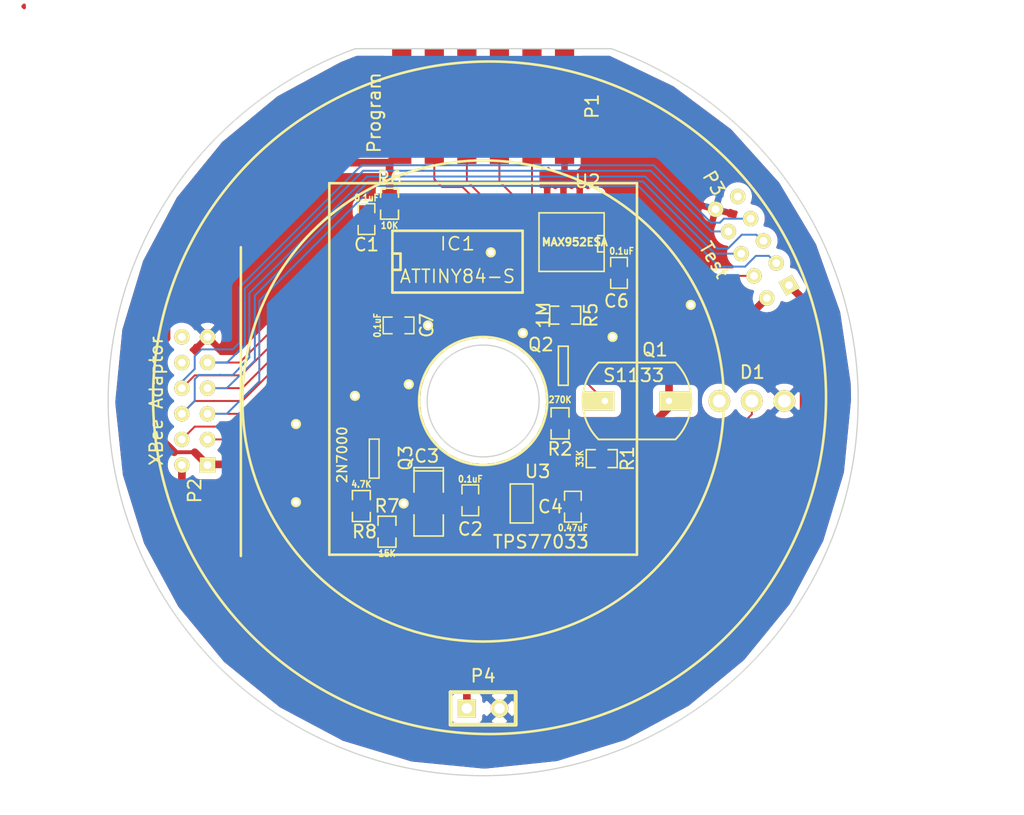
<source format=kicad_pcb>
(kicad_pcb (version 4) (host pcbnew "(2014-jul-16 BZR unknown)-product")

  (general
    (links 75)
    (no_connects 2)
    (area 162.31 68.7 242.200001 132.330001)
    (thickness 1.6)
    (drawings 14)
    (tracks 272)
    (zones 0)
    (modules 33)
    (nets 27)
  )

  (page A4)
  (title_block
    (title "XBee ATTiny4313 Counting Node")
    (date "28 Jul 2014")
    (rev 0.0)
    (company "K. Sarkies")
  )

  (layers
    (0 F.Cu signal)
    (31 B.Cu power)
    (32 B.Adhes user)
    (33 F.Adhes user)
    (34 B.Paste user)
    (35 F.Paste user)
    (36 B.SilkS user)
    (37 F.SilkS user)
    (38 B.Mask user)
    (39 F.Mask user)
    (40 Dwgs.User user)
    (41 Cmts.User user)
    (42 Eco1.User user)
    (43 Eco2.User user)
    (44 Edge.Cuts user)
    (45 Margin user)
  )

  (setup
    (last_trace_width 0.6)
    (user_trace_width 0.3)
    (user_trace_width 0.6)
    (trace_clearance 0.15)
    (zone_clearance 0.508)
    (zone_45_only no)
    (trace_min 0.15)
    (segment_width 0.2)
    (edge_width 0.1)
    (via_size 0.889)
    (via_drill 0.635)
    (via_min_size 0.889)
    (via_min_drill 0.3)
    (uvia_size 0.508)
    (uvia_drill 0.3)
    (uvias_allowed no)
    (uvia_min_size 0.508)
    (uvia_min_drill 0.3)
    (pcb_text_width 0.3)
    (pcb_text_size 1.5 1.5)
    (mod_edge_width 0.15)
    (mod_text_size 1 1)
    (mod_text_width 0.15)
    (pad_size 0.8 0.8)
    (pad_drill 0.5)
    (pad_to_mask_clearance 0)
    (aux_axis_origin 0 0)
    (grid_origin 200 100)
    (visible_elements FFFFF77F)
    (pcbplotparams
      (layerselection 0x010f0_80000001)
      (usegerberextensions false)
      (excludeedgelayer true)
      (linewidth 0.150000)
      (plotframeref false)
      (viasonmask false)
      (mode 1)
      (useauxorigin false)
      (hpglpennumber 1)
      (hpglpenspeed 20)
      (hpglpendiameter 15)
      (hpglpenoverlay 2)
      (psnegative false)
      (psa4output false)
      (plotreference true)
      (plotvalue false)
      (plotinvisibletext false)
      (padsonsilk false)
      (subtractmaskfromsilk false)
      (outputformat 1)
      (mirror false)
      (drillshape 0)
      (scaleselection 1)
      (outputdirectory gerbers/))
  )

  (net 0 "")
  (net 1 /Bootloader)
  (net 2 /On/Sleep)
  (net 3 /Reset)
  (net 4 /Rx)
  (net 5 /Sleep-Rq)
  (net 6 /Tx)
  (net 7 /VBatt)
  (net 8 /Xbee-Reset)
  (net 9 GND)
  (net 10 "Net-(D1-Pad2)")
  (net 11 "Net-(Q1-Pad1)")
  (net 12 "Net-(Q3-PadD)")
  (net 13 "Net-(Q3-PadS)")
  (net 14 "Net-(U2-Pad6)")
  (net 15 "Net-(U3-Pad4)")
  (net 16 VDD)
  (net 17 "Net-(Q2-Pad3)")
  (net 18 "Net-(U2-Pad1)")
  (net 19 "Net-(IC1-Pad6)")
  (net 20 /MOSI)
  (net 21 /MISO)
  (net 22 /SCK)
  (net 23 "Net-(P2-Pad12)")
  (net 24 "Net-(P2-Pad10)")
  (net 25 "Net-(P3-Pad9)")
  (net 26 /Count)

  (net_class Default "This is the default net class."
    (clearance 0.15)
    (trace_width 0.15)
    (via_dia 0.889)
    (via_drill 0.635)
    (uvia_dia 0.508)
    (uvia_drill 0.3)
    (add_net /Bootloader)
    (add_net /Count)
    (add_net /MISO)
    (add_net /MOSI)
    (add_net /On/Sleep)
    (add_net /Reset)
    (add_net /Rx)
    (add_net /SCK)
    (add_net /Sleep-Rq)
    (add_net /Tx)
    (add_net /VBatt)
    (add_net /Xbee-Reset)
    (add_net GND)
    (add_net "Net-(D1-Pad2)")
    (add_net "Net-(IC1-Pad6)")
    (add_net "Net-(P2-Pad10)")
    (add_net "Net-(P2-Pad12)")
    (add_net "Net-(P3-Pad9)")
    (add_net "Net-(Q1-Pad1)")
    (add_net "Net-(Q2-Pad3)")
    (add_net "Net-(Q3-PadD)")
    (add_net "Net-(Q3-PadS)")
    (add_net "Net-(U2-Pad1)")
    (add_net "Net-(U2-Pad6)")
    (add_net "Net-(U3-Pad4)")
    (add_net VDD)
  )

  (net_class Power ""
    (clearance 0.15)
    (trace_width 0.3)
    (via_dia 0.889)
    (via_drill 0.635)
    (uvia_dia 0.508)
    (uvia_drill 0.3)
  )

  (module SMD_Packages:SM1206POL (layer F.Cu) (tedit 53E09C28) (tstamp 53DF4A4D)
    (at 195.75 108 270)
    (path /53D32BEA)
    (attr smd)
    (fp_text reference C3 (at -3.7 0.15 360) (layer F.SilkS)
      (effects (font (size 1 1) (thickness 0.15)))
    )
    (fp_text value 10uF (at 0 0 270) (layer F.SilkS) hide
      (effects (font (size 0.762 0.762) (thickness 0.127)))
    )
    (fp_line (start -2.54 -1.143) (end -2.794 -1.143) (layer F.SilkS) (width 0.127))
    (fp_line (start -2.794 -1.143) (end -2.794 1.143) (layer F.SilkS) (width 0.127))
    (fp_line (start -2.794 1.143) (end -2.54 1.143) (layer F.SilkS) (width 0.127))
    (fp_line (start -2.54 -1.143) (end -2.54 1.143) (layer F.SilkS) (width 0.127))
    (fp_line (start -2.54 1.143) (end -0.889 1.143) (layer F.SilkS) (width 0.127))
    (fp_line (start 0.889 -1.143) (end 2.54 -1.143) (layer F.SilkS) (width 0.127))
    (fp_line (start 2.54 -1.143) (end 2.54 1.143) (layer F.SilkS) (width 0.127))
    (fp_line (start 2.54 1.143) (end 0.889 1.143) (layer F.SilkS) (width 0.127))
    (fp_line (start -0.889 -1.143) (end -2.54 -1.143) (layer F.SilkS) (width 0.127))
    (pad 1 smd rect (at -1.651 0 270) (size 1.524 2.032) (layers F.Cu F.Paste F.Mask)
      (net 16 VDD))
    (pad 2 smd rect (at 1.651 0 270) (size 1.524 2.032) (layers F.Cu F.Paste F.Mask)
      (net 9 GND))
    (model smd/chip_cms_pol.wrl
      (at (xyz 0 0 0))
      (scale (xyz 0.1700000017881393 0.1599999964237213 0.1599999964237213))
      (rotate (xyz 0 0 0))
    )
  )

  (module SMD_Packages:SO8N (layer F.Cu) (tedit 53E08451) (tstamp 53D5AAED)
    (at 206.9 87.6 180)
    (descr "Module CMS SOJ 8 pins large")
    (tags "CMS SOJ")
    (path /53D35B75)
    (attr smd)
    (fp_text reference U2 (at -1.25 4.75 180) (layer F.SilkS)
      (effects (font (size 1 1) (thickness 0.15)))
    )
    (fp_text value MAX952ESA (at -0.25 0 180) (layer F.SilkS)
      (effects (font (size 0.6 0.6) (thickness 0.15)))
    )
    (fp_line (start -2.54 -2.286) (end 2.54 -2.286) (layer F.SilkS) (width 0.127))
    (fp_line (start 2.54 -2.286) (end 2.54 2.286) (layer F.SilkS) (width 0.127))
    (fp_line (start 2.54 2.286) (end -2.54 2.286) (layer F.SilkS) (width 0.127))
    (fp_line (start -2.54 2.286) (end -2.54 -2.286) (layer F.SilkS) (width 0.127))
    (fp_line (start -2.54 -0.762) (end -2.032 -0.762) (layer F.SilkS) (width 0.127))
    (fp_line (start -2.032 -0.762) (end -2.032 0.508) (layer F.SilkS) (width 0.127))
    (fp_line (start -2.032 0.508) (end -2.54 0.508) (layer F.SilkS) (width 0.127))
    (pad 8 smd rect (at -1.905 -3.175 180) (size 0.508 1.143) (layers F.Cu F.Paste F.Mask)
      (net 16 VDD))
    (pad 7 smd rect (at -0.635 -3.175 180) (size 0.508 1.143) (layers F.Cu F.Paste F.Mask)
      (net 26 /Count))
    (pad 6 smd rect (at 0.635 -3.175 180) (size 0.508 1.143) (layers F.Cu F.Paste F.Mask)
      (net 14 "Net-(U2-Pad6)"))
    (pad 5 smd rect (at 1.905 -3.175 180) (size 0.508 1.143) (layers F.Cu F.Paste F.Mask)
      (net 17 "Net-(Q2-Pad3)"))
    (pad 4 smd rect (at 1.905 3.175 180) (size 0.508 1.143) (layers F.Cu F.Paste F.Mask)
      (net 9 GND))
    (pad 3 smd rect (at 0.635 3.175 180) (size 0.508 1.143) (layers F.Cu F.Paste F.Mask)
      (net 9 GND))
    (pad 2 smd rect (at -0.635 3.175 180) (size 0.508 1.143) (layers F.Cu F.Paste F.Mask)
      (net 9 GND))
    (pad 1 smd rect (at -1.905 3.175 180) (size 0.508 1.143) (layers F.Cu F.Paste F.Mask)
      (net 18 "Net-(U2-Pad1)"))
    (model smd/cms_so8.wrl
      (at (xyz 0 0 0))
      (scale (xyz 0.5 0.3799999952316284 0.5))
      (rotate (xyz 0 0 0))
    )
  )

  (module SMD_Packages:SOT23-5 (layer F.Cu) (tedit 53E083C8) (tstamp 53E0129D)
    (at 203 108 90)
    (path /53D3518C)
    (attr smd)
    (fp_text reference U3 (at 2.5 1.25 180) (layer F.SilkS)
      (effects (font (size 1 1) (thickness 0.15)))
    )
    (fp_text value TPS77033 (at -3 1.5 180) (layer F.SilkS)
      (effects (font (size 1 1) (thickness 0.15)))
    )
    (fp_line (start 1.524 -0.889) (end 1.524 0.889) (layer F.SilkS) (width 0.127))
    (fp_line (start 1.524 0.889) (end -1.524 0.889) (layer F.SilkS) (width 0.127))
    (fp_line (start -1.524 0.889) (end -1.524 -0.889) (layer F.SilkS) (width 0.127))
    (fp_line (start -1.524 -0.889) (end 1.524 -0.889) (layer F.SilkS) (width 0.127))
    (pad 1 smd rect (at -0.9525 1.27 90) (size 0.508 0.762) (layers F.Cu F.Paste F.Mask)
      (net 7 /VBatt))
    (pad 3 smd rect (at 0.9525 1.27 90) (size 0.508 0.762) (layers F.Cu F.Paste F.Mask)
      (net 9 GND))
    (pad 5 smd rect (at -0.9525 -1.27 90) (size 0.508 0.762) (layers F.Cu F.Paste F.Mask)
      (net 16 VDD))
    (pad 2 smd rect (at 0 1.27 90) (size 0.508 0.762) (layers F.Cu F.Paste F.Mask)
      (net 9 GND))
    (pad 4 smd rect (at 0.9525 -1.27 90) (size 0.508 0.762) (layers F.Cu F.Paste F.Mask)
      (net 15 "Net-(U3-Pad4)"))
    (model smd/SOT23_5.wrl
      (at (xyz 0 0 0))
      (scale (xyz 0.1000000014901161 0.1000000014901161 0.1000000014901161))
      (rotate (xyz 0 0 0))
    )
  )

  (module Connect:SIL-2 (layer F.Cu) (tedit 53DE0509) (tstamp 53E334AF)
    (at 200 124)
    (descr "Connecteurs 2 pins")
    (tags "CONN DEV")
    (path /53D32A7E)
    (fp_text reference P4 (at 0 -2.54) (layer F.SilkS)
      (effects (font (size 1 1) (thickness 0.15)))
    )
    (fp_text value Battery (at 0 -2.54) (layer F.SilkS) hide
      (effects (font (size 1.524 1.016) (thickness 0.3048)))
    )
    (fp_line (start -2.54 1.27) (end -2.54 -1.27) (layer F.SilkS) (width 0.3048))
    (fp_line (start -2.54 -1.27) (end 2.54 -1.27) (layer F.SilkS) (width 0.3048))
    (fp_line (start 2.54 -1.27) (end 2.54 1.27) (layer F.SilkS) (width 0.3048))
    (fp_line (start 2.54 1.27) (end -2.54 1.27) (layer F.SilkS) (width 0.3048))
    (pad 1 thru_hole rect (at -1.27 0) (size 1.397 1.397) (drill 0.8128) (layers *.Cu *.Mask F.SilkS)
      (net 7 /VBatt))
    (pad 2 thru_hole circle (at 1.27 0) (size 1.397 1.397) (drill 0.8128) (layers *.Cu *.Mask F.SilkS)
      (net 9 GND))
  )

  (module PhotoDiode:LED-Mount (layer F.Cu) (tedit 53DF4AB9) (tstamp 53DFE4F0)
    (at 223.5 100)
    (path /53DCC508)
    (fp_text reference D1 (at -2.5 -2.25) (layer F.SilkS)
      (effects (font (size 1 1) (thickness 0.15)))
    )
    (fp_text value APD3224ZGC-F01 (at -2.5 -2.5) (layer F.SilkS) hide
      (effects (font (size 1 1) (thickness 0.15)))
    )
    (pad 1 thru_hole circle (at 0 0) (size 1.7 1.7) (drill 1) (layers *.Cu *.Mask F.SilkS)
      (net 9 GND))
    (pad 2 thru_hole circle (at -2.54 0) (size 1.7 1.7) (drill 1) (layers *.Cu *.Mask F.SilkS)
      (net 10 "Net-(D1-Pad2)"))
    (pad 3 thru_hole circle (at -5.08 0) (size 1.7 1.7) (drill 1) (layers *.Cu *.Mask F.SilkS))
  )

  (module SMD_Packages:SM0603_Capa (layer F.Cu) (tedit 53E083DF) (tstamp 53E0110C)
    (at 190.9 85.8 270)
    (path /53DF7E14)
    (attr smd)
    (fp_text reference C1 (at 2 0 360) (layer F.SilkS)
      (effects (font (size 1 1) (thickness 0.15)))
    )
    (fp_text value 0.1uF (at -1.651 0 360) (layer F.SilkS)
      (effects (font (size 0.508 0.4572) (thickness 0.1143)))
    )
    (fp_line (start 0.50038 0.65024) (end 1.19888 0.65024) (layer F.SilkS) (width 0.11938))
    (fp_line (start -0.50038 0.65024) (end -1.19888 0.65024) (layer F.SilkS) (width 0.11938))
    (fp_line (start 0.50038 -0.65024) (end 1.19888 -0.65024) (layer F.SilkS) (width 0.11938))
    (fp_line (start -1.19888 -0.65024) (end -0.50038 -0.65024) (layer F.SilkS) (width 0.11938))
    (fp_line (start 1.19888 -0.635) (end 1.19888 0.635) (layer F.SilkS) (width 0.11938))
    (fp_line (start -1.19888 0.635) (end -1.19888 -0.635) (layer F.SilkS) (width 0.11938))
    (pad 1 smd rect (at -0.762 0 270) (size 0.635 1.143) (layers F.Cu F.Paste F.Mask)
      (net 3 /Reset))
    (pad 2 smd rect (at 0.762 0 270) (size 0.635 1.143) (layers F.Cu F.Paste F.Mask)
      (net 9 GND))
    (model smd\capacitors\C0603.wrl
      (at (xyz 0 0 0.001000000047497451))
      (scale (xyz 0.5 0.5 0.5))
      (rotate (xyz 0 0 0))
    )
  )

  (module SMD_Packages:SM0603_Capa (layer F.Cu) (tedit 53E083CE) (tstamp 53E0719D)
    (at 199 107.75 270)
    (path /53D32ECC)
    (attr smd)
    (fp_text reference C2 (at 2.25 0 360) (layer F.SilkS)
      (effects (font (size 1 1) (thickness 0.15)))
    )
    (fp_text value 0.1uF (at -1.651 0 360) (layer F.SilkS)
      (effects (font (size 0.508 0.4572) (thickness 0.1143)))
    )
    (fp_line (start 0.50038 0.65024) (end 1.19888 0.65024) (layer F.SilkS) (width 0.11938))
    (fp_line (start -0.50038 0.65024) (end -1.19888 0.65024) (layer F.SilkS) (width 0.11938))
    (fp_line (start 0.50038 -0.65024) (end 1.19888 -0.65024) (layer F.SilkS) (width 0.11938))
    (fp_line (start -1.19888 -0.65024) (end -0.50038 -0.65024) (layer F.SilkS) (width 0.11938))
    (fp_line (start 1.19888 -0.635) (end 1.19888 0.635) (layer F.SilkS) (width 0.11938))
    (fp_line (start -1.19888 0.635) (end -1.19888 -0.635) (layer F.SilkS) (width 0.11938))
    (pad 1 smd rect (at -0.762 0 270) (size 0.635 1.143) (layers F.Cu F.Paste F.Mask)
      (net 16 VDD))
    (pad 2 smd rect (at 0.762 0 270) (size 0.635 1.143) (layers F.Cu F.Paste F.Mask)
      (net 9 GND))
    (model smd\capacitors\C0603.wrl
      (at (xyz 0 0 0.001000000047497451))
      (scale (xyz 0.5 0.5 0.5))
      (rotate (xyz 0 0 0))
    )
  )

  (module SMD_Packages:SM0603_Capa (layer F.Cu) (tedit 53E08469) (tstamp 53E071A8)
    (at 207 108.25 90)
    (path /53D36D73)
    (attr smd)
    (fp_text reference C4 (at 0 -1.75 180) (layer F.SilkS)
      (effects (font (size 1 1) (thickness 0.15)))
    )
    (fp_text value 0.47uF (at -1.651 0 180) (layer F.SilkS)
      (effects (font (size 0.508 0.4572) (thickness 0.1143)))
    )
    (fp_line (start 0.50038 0.65024) (end 1.19888 0.65024) (layer F.SilkS) (width 0.11938))
    (fp_line (start -0.50038 0.65024) (end -1.19888 0.65024) (layer F.SilkS) (width 0.11938))
    (fp_line (start 0.50038 -0.65024) (end 1.19888 -0.65024) (layer F.SilkS) (width 0.11938))
    (fp_line (start -1.19888 -0.65024) (end -0.50038 -0.65024) (layer F.SilkS) (width 0.11938))
    (fp_line (start 1.19888 -0.635) (end 1.19888 0.635) (layer F.SilkS) (width 0.11938))
    (fp_line (start -1.19888 0.635) (end -1.19888 -0.635) (layer F.SilkS) (width 0.11938))
    (pad 1 smd rect (at -0.762 0 90) (size 0.635 1.143) (layers F.Cu F.Paste F.Mask)
      (net 7 /VBatt))
    (pad 2 smd rect (at 0.762 0 90) (size 0.635 1.143) (layers F.Cu F.Paste F.Mask)
      (net 9 GND))
    (model smd\capacitors\C0603.wrl
      (at (xyz 0 0 0.001000000047497451))
      (scale (xyz 0.5 0.5 0.5))
      (rotate (xyz 0 0 0))
    )
  )

  (module SMD_Packages:SM0603_Resistor (layer F.Cu) (tedit 53E08515) (tstamp 53E010C5)
    (at 209.25 104.5)
    (path /53DCC4A4)
    (attr smd)
    (fp_text reference R1 (at 2 0 90) (layer F.SilkS)
      (effects (font (size 1 1) (thickness 0.15)))
    )
    (fp_text value 33K (at -1.69926 0 90) (layer F.SilkS)
      (effects (font (size 0.508 0.4572) (thickness 0.1143)))
    )
    (fp_line (start -0.50038 -0.6985) (end -1.2065 -0.6985) (layer F.SilkS) (width 0.127))
    (fp_line (start -1.2065 -0.6985) (end -1.2065 0.6985) (layer F.SilkS) (width 0.127))
    (fp_line (start -1.2065 0.6985) (end -0.50038 0.6985) (layer F.SilkS) (width 0.127))
    (fp_line (start 1.2065 -0.6985) (end 0.50038 -0.6985) (layer F.SilkS) (width 0.127))
    (fp_line (start 1.2065 -0.6985) (end 1.2065 0.6985) (layer F.SilkS) (width 0.127))
    (fp_line (start 1.2065 0.6985) (end 0.50038 0.6985) (layer F.SilkS) (width 0.127))
    (pad 1 smd rect (at -0.762 0) (size 0.635 1.143) (layers F.Cu F.Paste F.Mask)
      (net 16 VDD))
    (pad 2 smd rect (at 0.762 0) (size 0.635 1.143) (layers F.Cu F.Paste F.Mask)
      (net 10 "Net-(D1-Pad2)"))
    (model smd\resistors\R0603.wrl
      (at (xyz 0 0 0.001000000047497451))
      (scale (xyz 0.5 0.5 0.5))
      (rotate (xyz 0 0 0))
    )
  )

  (module SMD_Packages:SM0603_Resistor (layer F.Cu) (tedit 53E09C20) (tstamp 53E071BE)
    (at 206 101.75 90)
    (path /53D35F1D)
    (attr smd)
    (fp_text reference R2 (at -2 0 180) (layer F.SilkS)
      (effects (font (size 1 1) (thickness 0.15)))
    )
    (fp_text value 270K (at 1.85 0 180) (layer F.SilkS)
      (effects (font (size 0.508 0.4572) (thickness 0.1143)))
    )
    (fp_line (start -0.50038 -0.6985) (end -1.2065 -0.6985) (layer F.SilkS) (width 0.127))
    (fp_line (start -1.2065 -0.6985) (end -1.2065 0.6985) (layer F.SilkS) (width 0.127))
    (fp_line (start -1.2065 0.6985) (end -0.50038 0.6985) (layer F.SilkS) (width 0.127))
    (fp_line (start 1.2065 -0.6985) (end 0.50038 -0.6985) (layer F.SilkS) (width 0.127))
    (fp_line (start 1.2065 -0.6985) (end 1.2065 0.6985) (layer F.SilkS) (width 0.127))
    (fp_line (start 1.2065 0.6985) (end 0.50038 0.6985) (layer F.SilkS) (width 0.127))
    (pad 1 smd rect (at -0.762 0 90) (size 0.635 1.143) (layers F.Cu F.Paste F.Mask)
      (net 16 VDD))
    (pad 2 smd rect (at 0.762 0 90) (size 0.635 1.143) (layers F.Cu F.Paste F.Mask)
      (net 17 "Net-(Q2-Pad3)"))
    (model smd\resistors\R0603.wrl
      (at (xyz 0 0 0.001000000047497451))
      (scale (xyz 0.5 0.5 0.5))
      (rotate (xyz 0 0 0))
    )
  )

  (module SMD_Packages:SM0603_Resistor (layer F.Cu) (tedit 53E08520) (tstamp 53E071C9)
    (at 206.4 93.3)
    (path /53D35C63)
    (attr smd)
    (fp_text reference R5 (at 2 0 90) (layer F.SilkS)
      (effects (font (size 1 1) (thickness 0.15)))
    )
    (fp_text value 1M (at -1.69926 0 90) (layer F.SilkS)
      (effects (font (size 1 1) (thickness 0.15)))
    )
    (fp_line (start -0.50038 -0.6985) (end -1.2065 -0.6985) (layer F.SilkS) (width 0.127))
    (fp_line (start -1.2065 -0.6985) (end -1.2065 0.6985) (layer F.SilkS) (width 0.127))
    (fp_line (start -1.2065 0.6985) (end -0.50038 0.6985) (layer F.SilkS) (width 0.127))
    (fp_line (start 1.2065 -0.6985) (end 0.50038 -0.6985) (layer F.SilkS) (width 0.127))
    (fp_line (start 1.2065 -0.6985) (end 1.2065 0.6985) (layer F.SilkS) (width 0.127))
    (fp_line (start 1.2065 0.6985) (end 0.50038 0.6985) (layer F.SilkS) (width 0.127))
    (pad 1 smd rect (at -0.762 0) (size 0.635 1.143) (layers F.Cu F.Paste F.Mask)
      (net 17 "Net-(Q2-Pad3)"))
    (pad 2 smd rect (at 0.762 0) (size 0.635 1.143) (layers F.Cu F.Paste F.Mask)
      (net 26 /Count))
    (model smd\resistors\R0603.wrl
      (at (xyz 0 0 0.001000000047497451))
      (scale (xyz 0.5 0.5 0.5))
      (rotate (xyz 0 0 0))
    )
  )

  (module SMD_Packages:SM0603_Resistor (layer F.Cu) (tedit 53E083D8) (tstamp 53E071DF)
    (at 192.5 110.2 90)
    (path /53D32AFA)
    (attr smd)
    (fp_text reference R7 (at 2 0 180) (layer F.SilkS)
      (effects (font (size 1 1) (thickness 0.15)))
    )
    (fp_text value 15K (at -1.69926 0 180) (layer F.SilkS)
      (effects (font (size 0.508 0.4572) (thickness 0.1143)))
    )
    (fp_line (start -0.50038 -0.6985) (end -1.2065 -0.6985) (layer F.SilkS) (width 0.127))
    (fp_line (start -1.2065 -0.6985) (end -1.2065 0.6985) (layer F.SilkS) (width 0.127))
    (fp_line (start -1.2065 0.6985) (end -0.50038 0.6985) (layer F.SilkS) (width 0.127))
    (fp_line (start 1.2065 -0.6985) (end 0.50038 -0.6985) (layer F.SilkS) (width 0.127))
    (fp_line (start 1.2065 -0.6985) (end 1.2065 0.6985) (layer F.SilkS) (width 0.127))
    (fp_line (start 1.2065 0.6985) (end 0.50038 0.6985) (layer F.SilkS) (width 0.127))
    (pad 1 smd rect (at -0.762 0 90) (size 0.635 1.143) (layers F.Cu F.Paste F.Mask)
      (net 7 /VBatt))
    (pad 2 smd rect (at 0.762 0 90) (size 0.635 1.143) (layers F.Cu F.Paste F.Mask)
      (net 12 "Net-(Q3-PadD)"))
    (model smd\resistors\R0603.wrl
      (at (xyz 0 0 0.001000000047497451))
      (scale (xyz 0.5 0.5 0.5))
      (rotate (xyz 0 0 0))
    )
  )

  (module SMD_Packages:SM0603_Resistor (layer F.Cu) (tedit 53E083D3) (tstamp 53E21CDA)
    (at 190.5 108.2 270)
    (path /53D32B0E)
    (attr smd)
    (fp_text reference R8 (at 2 -0.25 360) (layer F.SilkS)
      (effects (font (size 1 1) (thickness 0.15)))
    )
    (fp_text value 4.7K (at -1.69926 0 360) (layer F.SilkS)
      (effects (font (size 0.508 0.4572) (thickness 0.1143)))
    )
    (fp_line (start -0.50038 -0.6985) (end -1.2065 -0.6985) (layer F.SilkS) (width 0.127))
    (fp_line (start -1.2065 -0.6985) (end -1.2065 0.6985) (layer F.SilkS) (width 0.127))
    (fp_line (start -1.2065 0.6985) (end -0.50038 0.6985) (layer F.SilkS) (width 0.127))
    (fp_line (start 1.2065 -0.6985) (end 0.50038 -0.6985) (layer F.SilkS) (width 0.127))
    (fp_line (start 1.2065 -0.6985) (end 1.2065 0.6985) (layer F.SilkS) (width 0.127))
    (fp_line (start 1.2065 0.6985) (end 0.50038 0.6985) (layer F.SilkS) (width 0.127))
    (pad 1 smd rect (at -0.762 0 270) (size 0.635 1.143) (layers F.Cu F.Paste F.Mask)
      (net 13 "Net-(Q3-PadS)"))
    (pad 2 smd rect (at 0.762 0 270) (size 0.635 1.143) (layers F.Cu F.Paste F.Mask)
      (net 9 GND))
    (model smd\resistors\R0603.wrl
      (at (xyz 0 0 0.001000000047497451))
      (scale (xyz 0.5 0.5 0.5))
      (rotate (xyz 0 0 0))
    )
  )

  (module SMD_Packages:SM0603_Resistor (layer F.Cu) (tedit 53E083DB) (tstamp 53E0B887)
    (at 192.7 84.6 90)
    (path /53D32B68)
    (attr smd)
    (fp_text reference R6 (at 2 0 180) (layer F.SilkS)
      (effects (font (size 1 1) (thickness 0.15)))
    )
    (fp_text value 10K (at -1.69926 0 180) (layer F.SilkS)
      (effects (font (size 0.508 0.4572) (thickness 0.1143)))
    )
    (fp_line (start -0.50038 -0.6985) (end -1.2065 -0.6985) (layer F.SilkS) (width 0.127))
    (fp_line (start -1.2065 -0.6985) (end -1.2065 0.6985) (layer F.SilkS) (width 0.127))
    (fp_line (start -1.2065 0.6985) (end -0.50038 0.6985) (layer F.SilkS) (width 0.127))
    (fp_line (start 1.2065 -0.6985) (end 0.50038 -0.6985) (layer F.SilkS) (width 0.127))
    (fp_line (start 1.2065 -0.6985) (end 1.2065 0.6985) (layer F.SilkS) (width 0.127))
    (fp_line (start 1.2065 0.6985) (end 0.50038 0.6985) (layer F.SilkS) (width 0.127))
    (pad 1 smd rect (at -0.762 0 90) (size 0.635 1.143) (layers F.Cu F.Paste F.Mask)
      (net 3 /Reset))
    (pad 2 smd rect (at 0.762 0 90) (size 0.635 1.143) (layers F.Cu F.Paste F.Mask)
      (net 16 VDD))
    (model smd\resistors\R0603.wrl
      (at (xyz 0 0 0.001000000047497451))
      (scale (xyz 0.5 0.5 0.5))
      (rotate (xyz 0 0 0))
    )
  )

  (module PhotoDiode:S1133TH (layer F.Cu) (tedit 53E0D6E6) (tstamp 53E4178E)
    (at 212 100)
    (path /53D35EC7)
    (fp_text reference Q1 (at 1.4 -4) (layer F.SilkS)
      (effects (font (size 1 1) (thickness 0.15)))
    )
    (fp_text value S1133 (at -0.25 -2) (layer F.SilkS)
      (effects (font (size 1 1) (thickness 0.15)))
    )
    (fp_arc (start 0 0) (end -3 3) (angle 90) (layer F.SilkS) (width 0.15))
    (fp_arc (start 0 0) (end 3 -3) (angle 90) (layer F.SilkS) (width 0.15))
    (fp_line (start 3 3) (end -3 3) (layer F.SilkS) (width 0.15))
    (fp_line (start 3 -3) (end -3 -3) (layer F.SilkS) (width 0.15))
    (pad 1 thru_hole rect (at -2.5 0) (size 2.5 1.5) (drill 0.5 (offset -0.5 0)) (layers *.Cu *.Mask F.SilkS)
      (net 11 "Net-(Q1-Pad1)"))
    (pad 3 thru_hole rect (at 2.5 0) (size 2.5 1.5) (drill 0.5 (offset 0.5 0)) (layers *.Cu *.Mask F.SilkS)
      (net 16 VDD))
  )

  (module PhotoDiode:pin_header_2mm_2x6 (layer F.Cu) (tedit 53E0724F) (tstamp 53E15724)
    (at 177.5 100 90)
    (path /53DDD3EB)
    (fp_text reference P2 (at -7 0 90) (layer F.SilkS)
      (effects (font (size 1 1) (thickness 0.15)))
    )
    (fp_text value "XBee Adaptor" (at 0 -3 90) (layer F.SilkS)
      (effects (font (size 1 1) (thickness 0.15)))
    )
    (pad 5 thru_hole circle (at -1 1 90) (size 1.2 1.2) (drill 0.6) (layers *.Cu *.Mask F.SilkS)
      (net 3 /Reset))
    (pad 3 thru_hole circle (at -3 1 90) (size 1.2 1.2) (drill 0.6) (layers *.Cu *.Mask F.SilkS)
      (net 1 /Bootloader))
    (pad 1 thru_hole rect (at -5 1 90) (size 1.2 1.2) (drill 0.6) (layers *.Cu *.Mask F.SilkS)
      (net 16 VDD))
    (pad 7 thru_hole circle (at 1 1 90) (size 1.2 1.2) (drill 0.6) (layers *.Cu *.Mask F.SilkS)
      (net 4 /Rx))
    (pad 9 thru_hole circle (at 3 1 90) (size 1.2 1.2) (drill 0.6) (layers *.Cu *.Mask F.SilkS)
      (net 2 /On/Sleep))
    (pad 11 thru_hole circle (at 5 1 90) (size 1.2 1.2) (drill 0.6) (layers *.Cu *.Mask F.SilkS)
      (net 9 GND))
    (pad 12 thru_hole circle (at 5 -1 90) (size 1.2 1.2) (drill 0.6) (layers *.Cu *.Mask F.SilkS)
      (net 23 "Net-(P2-Pad12)"))
    (pad 10 thru_hole circle (at 3 -1 90) (size 1.2 1.2) (drill 0.6) (layers *.Cu *.Mask F.SilkS)
      (net 24 "Net-(P2-Pad10)"))
    (pad 8 thru_hole circle (at 1 -1 90) (size 1.2 1.2) (drill 0.6) (layers *.Cu *.Mask F.SilkS)
      (net 6 /Tx))
    (pad 6 thru_hole circle (at -1 -1 90) (size 1.2 1.2) (drill 0.6) (layers *.Cu *.Mask F.SilkS)
      (net 5 /Sleep-Rq))
    (pad 4 thru_hole circle (at -3 -1 90) (size 1.2 1.2) (drill 0.6) (layers *.Cu *.Mask F.SilkS)
      (net 8 /Xbee-Reset))
    (pad 2 thru_hole circle (at -5 -1 90) (size 1.2 1.2) (drill 0.6) (layers *.Cu *.Mask F.SilkS)
      (net 7 /VBatt))
  )

  (module PhotoDiode:pin_header_2mm_2x5 (layer F.Cu) (tedit 53E075E5) (tstamp 53E1FA1B)
    (at 221 88 120)
    (path /53E0177A)
    (fp_text reference P3 (at 5.830127 -0.098076 120) (layer F.SilkS)
      (effects (font (size 1 1) (thickness 0.15)))
    )
    (fp_text value Test (at 0.633975 -3.098076 120) (layer F.SilkS)
      (effects (font (size 1 1) (thickness 0.15)))
    )
    (pad 5 thru_hole circle (at 0 1 120) (size 1.2 1.2) (drill 0.6) (layers *.Cu *.Mask F.SilkS)
      (net 5 /Sleep-Rq))
    (pad 3 thru_hole circle (at -2 1 120) (size 1.2 1.2) (drill 0.6) (layers *.Cu *.Mask F.SilkS)
      (net 3 /Reset))
    (pad 1 thru_hole rect (at -4 1 120) (size 1.2 1.2) (drill 0.6) (layers *.Cu *.Mask F.SilkS)
      (net 7 /VBatt))
    (pad 7 thru_hole circle (at 2 1 120) (size 1.2 1.2) (drill 0.6) (layers *.Cu *.Mask F.SilkS)
      (net 6 /Tx))
    (pad 9 thru_hole circle (at 4 1 120) (size 1.2 1.2) (drill 0.6) (layers *.Cu *.Mask F.SilkS)
      (net 25 "Net-(P3-Pad9)"))
    (pad 10 thru_hole circle (at 4 -1 120) (size 1.2 1.2) (drill 0.6) (layers *.Cu *.Mask F.SilkS)
      (net 9 GND))
    (pad 8 thru_hole circle (at 2 -1 120) (size 1.2 1.2) (drill 0.6) (layers *.Cu *.Mask F.SilkS)
      (net 2 /On/Sleep))
    (pad 6 thru_hole circle (at 0 -1 120) (size 1.2 1.2) (drill 0.6) (layers *.Cu *.Mask F.SilkS)
      (net 4 /Rx))
    (pad 4 thru_hole circle (at -2 -1 120) (size 1.2 1.2) (drill 0.6) (layers *.Cu *.Mask F.SilkS)
      (net 26 /Count))
    (pad 2 thru_hole circle (at -4 -1 120) (size 1.2 1.2) (drill 0.6) (layers *.Cu *.Mask F.SilkS)
      (net 16 VDD))
  )

  (module PhotoDiode:edge_conn_6_pin (layer F.Cu) (tedit 53E099E8) (tstamp 53E09A0E)
    (at 200 77 90)
    (path /53D36642)
    (fp_text reference P1 (at 0 8.5 90) (layer F.SilkS)
      (effects (font (size 1 1) (thickness 0.15)))
    )
    (fp_text value Program (at -0.5 -8.5 90) (layer F.SilkS)
      (effects (font (size 1 1) (thickness 0.15)))
    )
    (pad 2 connect rect (at 0 3.81 90) (size 9 1.5) (layers F.Cu F.Mask)
      (net 20 /MOSI))
    (pad 3 connect rect (at 0 1.27 90) (size 9 1.5) (layers F.Cu F.Mask)
      (net 3 /Reset))
    (pad 4 connect rect (at 0 -1.27 90) (size 9 1.5) (layers F.Cu F.Mask)
      (net 21 /MISO))
    (pad 5 connect rect (at 0 -3.81 90) (size 9 1.5) (layers F.Cu F.Mask)
      (net 22 /SCK))
    (pad 6 connect rect (at 0 -6.35 90) (size 9 1.5) (layers F.Cu F.Mask)
      (net 16 VDD))
    (pad 1 connect rect (at 0 6.35 90) (size 9 1.5) (layers F.Cu F.Mask)
      (net 9 GND))
  )

  (module SMD_Packages:SOT23EBC (layer F.Cu) (tedit 53E0D6E3) (tstamp 53E17839)
    (at 206.25 97.25 270)
    (descr "Module CMS SOT23 Transistore EBC")
    (tags "CMS SOT")
    (path /53D35E04)
    (attr smd)
    (fp_text reference Q2 (at -1.65 1.75 360) (layer F.SilkS)
      (effects (font (size 1 1) (thickness 0.15)))
    )
    (fp_text value S9014 (at 0 0 270) (layer F.SilkS) hide
      (effects (font (size 0.762 0.762) (thickness 0.2032)))
    )
    (fp_line (start -1.524 -0.381) (end 1.524 -0.381) (layer F.SilkS) (width 0.127))
    (fp_line (start 1.524 -0.381) (end 1.524 0.381) (layer F.SilkS) (width 0.127))
    (fp_line (start 1.524 0.381) (end -1.524 0.381) (layer F.SilkS) (width 0.127))
    (fp_line (start -1.524 0.381) (end -1.524 -0.381) (layer F.SilkS) (width 0.127))
    (pad 1 smd rect (at -0.889 -1.016 270) (size 0.9144 0.9144) (layers F.Cu F.Paste F.Mask)
      (net 9 GND))
    (pad 2 smd rect (at 0.889 -1.016 270) (size 0.9144 0.9144) (layers F.Cu F.Paste F.Mask)
      (net 11 "Net-(Q1-Pad1)"))
    (pad 3 smd rect (at 0 1.016 270) (size 0.9144 0.9144) (layers F.Cu F.Paste F.Mask)
      (net 17 "Net-(Q2-Pad3)"))
    (model smd/cms_sot23.wrl
      (at (xyz 0 0 0))
      (scale (xyz 0.1299999952316284 0.1500000059604645 0.1500000059604645))
      (rotate (xyz 0 0 0))
    )
  )

  (module SMD_Packages:SOT23GDS (layer F.Cu) (tedit 53E1A0C2) (tstamp 53E17843)
    (at 191.5 104.5 90)
    (descr "Module CMS SOT23 Transistore EBC")
    (tags "CMS SOT")
    (path /53D32AE5)
    (attr smd)
    (fp_text reference Q3 (at 0.05 2.45 90) (layer F.SilkS)
      (effects (font (size 1 1) (thickness 0.15)))
    )
    (fp_text value 2N7000 (at 0.3 -2.5 90) (layer F.SilkS)
      (effects (font (size 0.762 0.762) (thickness 0.12954)))
    )
    (fp_line (start -1.524 -0.381) (end 1.524 -0.381) (layer F.SilkS) (width 0.11938))
    (fp_line (start 1.524 -0.381) (end 1.524 0.381) (layer F.SilkS) (width 0.11938))
    (fp_line (start 1.524 0.381) (end -1.524 0.381) (layer F.SilkS) (width 0.11938))
    (fp_line (start -1.524 0.381) (end -1.524 -0.381) (layer F.SilkS) (width 0.11938))
    (pad S smd rect (at -0.889 -1.016 90) (size 0.9144 0.9144) (layers F.Cu F.Paste F.Mask)
      (net 13 "Net-(Q3-PadS)"))
    (pad G smd rect (at 0.889 -1.016 90) (size 0.9144 0.9144) (layers F.Cu F.Paste F.Mask)
      (net 19 "Net-(IC1-Pad6)"))
    (pad D smd rect (at 0 1.016 90) (size 0.9144 0.9144) (layers F.Cu F.Paste F.Mask)
      (net 12 "Net-(Q3-PadD)"))
    (model smd/cms_sot23.wrl
      (at (xyz 0 0 0))
      (scale (xyz 0.1299999952316284 0.1500000059604645 0.1500000059604645))
      (rotate (xyz 0 0 0))
    )
  )

  (module SMD_Packages:SO14N (layer F.Cu) (tedit 53E2154F) (tstamp 53E21C07)
    (at 198 89)
    (descr "Module CMS SOJ 14 pins Large")
    (tags "CMS SOJ")
    (path /53E1E41C)
    (attr smd)
    (fp_text reference IC1 (at 0 -1.27) (layer F.SilkS)
      (effects (font (size 1.016 1.143) (thickness 0.127)))
    )
    (fp_text value ATTINY84-S (at 0 1.27) (layer F.SilkS)
      (effects (font (size 1.016 1.016) (thickness 0.127)))
    )
    (fp_line (start 5.08 -2.286) (end 5.08 2.54) (layer F.SilkS) (width 0.2032))
    (fp_line (start 5.08 2.54) (end -5.08 2.54) (layer F.SilkS) (width 0.2032))
    (fp_line (start -5.08 2.54) (end -5.08 -2.286) (layer F.SilkS) (width 0.2032))
    (fp_line (start -5.08 -2.286) (end 5.08 -2.286) (layer F.SilkS) (width 0.2032))
    (fp_line (start -5.08 -0.508) (end -4.445 -0.508) (layer F.SilkS) (width 0.2032))
    (fp_line (start -4.445 -0.508) (end -4.445 0.762) (layer F.SilkS) (width 0.2032))
    (fp_line (start -4.445 0.762) (end -5.08 0.762) (layer F.SilkS) (width 0.2032))
    (pad 1 smd rect (at -3.81 3.302) (size 0.508 1.143) (layers F.Cu F.Paste F.Mask)
      (net 16 VDD))
    (pad 2 smd rect (at -2.54 3.302) (size 0.508 1.143) (layers F.Cu F.Paste F.Mask)
      (net 1 /Bootloader))
    (pad 3 smd rect (at -1.27 3.302) (size 0.508 1.143) (layers F.Cu F.Paste F.Mask)
      (net 26 /Count))
    (pad 4 smd rect (at 0 3.302) (size 0.508 1.143) (layers F.Cu F.Paste F.Mask)
      (net 3 /Reset))
    (pad 5 smd rect (at 1.27 3.302) (size 0.508 1.143) (layers F.Cu F.Paste F.Mask)
      (net 8 /Xbee-Reset))
    (pad 6 smd rect (at 2.54 3.302) (size 0.508 1.143) (layers F.Cu F.Paste F.Mask)
      (net 19 "Net-(IC1-Pad6)"))
    (pad 7 smd rect (at 3.81 3.302) (size 0.508 1.143) (layers F.Cu F.Paste F.Mask)
      (net 20 /MOSI))
    (pad 8 smd rect (at 3.81 -3.048) (size 0.508 1.143) (layers F.Cu F.Paste F.Mask)
      (net 21 /MISO))
    (pad 9 smd rect (at 2.54 -3.048) (size 0.508 1.143) (layers F.Cu F.Paste F.Mask)
      (net 22 /SCK))
    (pad 11 smd rect (at 0 -3.048) (size 0.508 1.143) (layers F.Cu F.Paste F.Mask)
      (net 4 /Rx))
    (pad 12 smd rect (at -1.27 -3.048) (size 0.508 1.143) (layers F.Cu F.Paste F.Mask)
      (net 6 /Tx))
    (pad 13 smd rect (at -2.54 -3.048) (size 0.508 1.143) (layers F.Cu F.Paste F.Mask)
      (net 2 /On/Sleep))
    (pad 14 smd rect (at -3.81 -3.048) (size 0.508 1.143) (layers F.Cu F.Paste F.Mask)
      (net 9 GND))
    (pad 10 smd rect (at 1.27 -3.048) (size 0.508 1.143) (layers F.Cu F.Paste F.Mask)
      (net 5 /Sleep-Rq))
    (model smd/cms_so14.wrl
      (at (xyz 0 0 0))
      (scale (xyz 0.5 0.4000000059604645 0.5))
      (rotate (xyz 0 0 0))
    )
  )

  (module SMD_Packages:SM0603_Capa (layer F.Cu) (tedit 53E2249B) (tstamp 53E2290C)
    (at 210.6 90 90)
    (path /53E234F0)
    (attr smd)
    (fp_text reference C6 (at -2.2 -0.2 180) (layer F.SilkS)
      (effects (font (size 1 1) (thickness 0.15)))
    )
    (fp_text value 0.1uF (at 1.7 0.2 180) (layer F.SilkS)
      (effects (font (size 0.508 0.4572) (thickness 0.1143)))
    )
    (fp_line (start 0.50038 0.65024) (end 1.19888 0.65024) (layer F.SilkS) (width 0.11938))
    (fp_line (start -0.50038 0.65024) (end -1.19888 0.65024) (layer F.SilkS) (width 0.11938))
    (fp_line (start 0.50038 -0.65024) (end 1.19888 -0.65024) (layer F.SilkS) (width 0.11938))
    (fp_line (start -1.19888 -0.65024) (end -0.50038 -0.65024) (layer F.SilkS) (width 0.11938))
    (fp_line (start 1.19888 -0.635) (end 1.19888 0.635) (layer F.SilkS) (width 0.11938))
    (fp_line (start -1.19888 0.635) (end -1.19888 -0.635) (layer F.SilkS) (width 0.11938))
    (pad 1 smd rect (at -0.762 0 90) (size 0.635 1.143) (layers F.Cu F.Paste F.Mask)
      (net 16 VDD))
    (pad 2 smd rect (at 0.762 0 90) (size 0.635 1.143) (layers F.Cu F.Paste F.Mask)
      (net 9 GND))
    (model smd\capacitors\C0603.wrl
      (at (xyz 0 0 0.001000000047497451))
      (scale (xyz 0.5 0.5 0.5))
      (rotate (xyz 0 0 0))
    )
  )

  (module SMD_Packages:SM0603_Capa (layer F.Cu) (tedit 53E224C0) (tstamp 53E22918)
    (at 193.4 94.1)
    (path /53E2395C)
    (attr smd)
    (fp_text reference C7 (at 2.2 0 90) (layer F.SilkS)
      (effects (font (size 1 1) (thickness 0.15)))
    )
    (fp_text value 0.1uF (at -1.651 0 90) (layer F.SilkS)
      (effects (font (size 0.508 0.4572) (thickness 0.1143)))
    )
    (fp_line (start 0.50038 0.65024) (end 1.19888 0.65024) (layer F.SilkS) (width 0.11938))
    (fp_line (start -0.50038 0.65024) (end -1.19888 0.65024) (layer F.SilkS) (width 0.11938))
    (fp_line (start 0.50038 -0.65024) (end 1.19888 -0.65024) (layer F.SilkS) (width 0.11938))
    (fp_line (start -1.19888 -0.65024) (end -0.50038 -0.65024) (layer F.SilkS) (width 0.11938))
    (fp_line (start 1.19888 -0.635) (end 1.19888 0.635) (layer F.SilkS) (width 0.11938))
    (fp_line (start -1.19888 0.635) (end -1.19888 -0.635) (layer F.SilkS) (width 0.11938))
    (pad 1 smd rect (at -0.762 0) (size 0.635 1.143) (layers F.Cu F.Paste F.Mask)
      (net 16 VDD))
    (pad 2 smd rect (at 0.762 0) (size 0.635 1.143) (layers F.Cu F.Paste F.Mask)
      (net 9 GND))
    (model smd\capacitors\C0603.wrl
      (at (xyz 0 0 0.001000000047497451))
      (scale (xyz 0.5 0.5 0.5))
      (rotate (xyz 0 0 0))
    )
  )

  (module PhotoDiode:THROUGHVIA (layer F.Cu) (tedit 53E305DB) (tstamp 53E30F34)
    (at 185.4 101.8)
    (zone_connect 2)
    (fp_text reference Ref** (at 0 1.7) (layer F.SilkS) hide
      (effects (font (size 1 1) (thickness 0.2)))
    )
    (fp_text value Val** (at 0 -1.5) (layer F.SilkS) hide
      (effects (font (size 1 1) (thickness 0.2)))
    )
    (pad 1 thru_hole circle (at 0 0) (size 0.8 0.8) (drill 0.5) (layers *.Cu *.Mask F.SilkS)
      (net 9 GND) (zone_connect 2))
  )

  (module PhotoDiode:THROUGHVIA (layer F.Cu) (tedit 53E305FA) (tstamp 53E30F3D)
    (at 200.6 88.4)
    (zone_connect 2)
    (fp_text reference Ref** (at 0 1.7) (layer F.SilkS) hide
      (effects (font (size 1 1) (thickness 0.2)))
    )
    (fp_text value Val** (at 0 -1.5) (layer F.SilkS) hide
      (effects (font (size 1 1) (thickness 0.2)))
    )
    (pad 1 thru_hole circle (at 0 0) (size 0.8 0.8) (drill 0.5) (layers *.Cu *.Mask F.SilkS)
      (net 9 GND) (zone_connect 2))
  )

  (module PhotoDiode:THROUGHVIA (layer F.Cu) (tedit 53E30622) (tstamp 53E30F5A)
    (at 194.2 98.7)
    (zone_connect 2)
    (fp_text reference Ref** (at 0 1.7) (layer F.SilkS) hide
      (effects (font (size 1 1) (thickness 0.2)))
    )
    (fp_text value Val** (at 0 -1.5) (layer F.SilkS) hide
      (effects (font (size 1 1) (thickness 0.2)))
    )
    (pad 1 thru_hole circle (at 0 0) (size 0.8 0.8) (drill 0.5) (layers *.Cu *.Mask F.SilkS)
      (net 9 GND) (zone_connect 2))
  )

  (module PhotoDiode:THROUGHVIA (layer F.Cu) (tedit 53E30657) (tstamp 53E30F6E)
    (at 193.8 108)
    (zone_connect 2)
    (fp_text reference Ref** (at 0 1.7) (layer F.SilkS) hide
      (effects (font (size 1 1) (thickness 0.2)))
    )
    (fp_text value Val** (at 0 -1.5) (layer F.SilkS) hide
      (effects (font (size 1 1) (thickness 0.2)))
    )
    (pad 1 thru_hole circle (at 0 0) (size 0.8 0.8) (drill 0.5) (layers *.Cu *.Mask F.SilkS)
      (net 9 GND) (zone_connect 2))
  )

  (module PhotoDiode:THROUGHVIA (layer F.Cu) (tedit 53E30679) (tstamp 53E30F83)
    (at 185.4 107.9)
    (zone_connect 2)
    (fp_text reference Ref** (at 0 1.7) (layer F.SilkS) hide
      (effects (font (size 1 1) (thickness 0.2)))
    )
    (fp_text value Val** (at 0 -1.5) (layer F.SilkS) hide
      (effects (font (size 1 1) (thickness 0.2)))
    )
    (pad 1 thru_hole circle (at 0 0) (size 0.8 0.8) (drill 0.5) (layers *.Cu *.Mask F.SilkS)
      (net 9 GND) (zone_connect 2))
  )

  (module PhotoDiode:THROUGHVIA (layer F.Cu) (tedit 53E306B2) (tstamp 53E30F96)
    (at 195.7 94.1)
    (zone_connect 2)
    (fp_text reference Ref** (at 0 1.7) (layer F.SilkS) hide
      (effects (font (size 1 1) (thickness 0.2)))
    )
    (fp_text value Val** (at 0 -1.5) (layer F.SilkS) hide
      (effects (font (size 1 1) (thickness 0.2)))
    )
    (pad 1 thru_hole circle (at 0 0) (size 0.8 0.8) (drill 0.5) (layers *.Cu *.Mask F.SilkS)
      (net 9 GND) (zone_connect 2))
  )

  (module PhotoDiode:THROUGHVIA (layer F.Cu) (tedit 53E306D0) (tstamp 53E30FA9)
    (at 216.2 92.5)
    (zone_connect 2)
    (fp_text reference Ref** (at 0 1.7) (layer F.SilkS) hide
      (effects (font (size 1 1) (thickness 0.2)))
    )
    (fp_text value Val** (at 0 -1.5) (layer F.SilkS) hide
      (effects (font (size 1 1) (thickness 0.2)))
    )
    (pad 1 thru_hole circle (at 0 0) (size 0.8 0.8) (drill 0.5) (layers *.Cu *.Mask F.SilkS)
      (net 9 GND) (zone_connect 2))
  )

  (module PhotoDiode:THROUGHVIA (layer F.Cu) (tedit 53E306EC) (tstamp 53E30FBE)
    (at 210.1 95)
    (zone_connect 2)
    (fp_text reference Ref** (at 0 1.7) (layer F.SilkS) hide
      (effects (font (size 1 1) (thickness 0.2)))
    )
    (fp_text value Val** (at 0 -1.5) (layer F.SilkS) hide
      (effects (font (size 1 1) (thickness 0.2)))
    )
    (pad 1 thru_hole circle (at 0 0) (size 0.8 0.8) (drill 0.5) (layers *.Cu *.Mask F.SilkS)
      (net 9 GND) (zone_connect 2))
  )

  (module PhotoDiode:THROUGHVIA (layer F.Cu) (tedit 53E32C54) (tstamp 53E32C37)
    (at 203.1 94.7)
    (zone_connect 2)
    (fp_text reference Ref** (at 0 1.7) (layer F.SilkS) hide
      (effects (font (size 1 1) (thickness 0.2)))
    )
    (fp_text value Val** (at 0 -1.5) (layer F.SilkS) hide
      (effects (font (size 1 1) (thickness 0.2)))
    )
    (pad 1 thru_hole circle (at 0 0) (size 0.8 0.8) (drill 0.5) (layers *.Cu *.Mask F.SilkS)
      (net 9 GND) (zone_connect 2))
  )

  (module Photodiode:THROUGHVIA (layer F.Cu) (tedit 53E56CD6) (tstamp 53E56DA3)
    (at 190 99.6)
    (zone_connect 2)
    (fp_text reference Ref** (at 0 1.7) (layer F.SilkS) hide
      (effects (font (size 1 1) (thickness 0.2)))
    )
    (fp_text value Val** (at 0 -1.5) (layer F.SilkS) hide
      (effects (font (size 1 1) (thickness 0.2)))
    )
    (pad 1 thru_hole circle (at 0 0) (size 0.8 0.8) (drill 0.5) (layers *.Cu *.Mask F.SilkS)
      (net 9 GND) (zone_connect 2))
  )

  (gr_line (start 190 72.5) (end 210 72.5) (angle 90) (layer Edge.Cuts) (width 0.1))
  (gr_arc (start 200 100) (end 210 72.5) (angle 70) (layer Edge.Cuts) (width 0.1) (tstamp 53E1FA77))
  (gr_arc (start 200 100) (end 170.75 100) (angle 70) (layer Edge.Cuts) (width 0.1))
  (gr_circle (center 200 100) (end 205 100) (layer F.SilkS) (width 0.2))
  (gr_circle (center 200 100) (end 218.75 99) (layer F.SilkS) (width 0.2))
  (gr_line (start 181.1 112.1) (end 181.1 88) (angle 90) (layer F.SilkS) (width 0.2))
  (gr_line (start 188 83) (end 188 112) (angle 90) (layer F.SilkS) (width 0.2))
  (gr_line (start 212 83) (end 188 83) (angle 90) (layer F.SilkS) (width 0.2))
  (gr_line (start 212 112) (end 212 83) (angle 90) (layer F.SilkS) (width 0.2))
  (gr_line (start 188 112) (end 212 112) (angle 90) (layer F.SilkS) (width 0.2))
  (gr_arc (start 200 100) (end 200 129.25) (angle 90) (layer Edge.Cuts) (width 0.1))
  (gr_arc (start 200 100) (end 229.25 100) (angle 90) (layer Edge.Cuts) (width 0.1))
  (gr_circle (center 200.5 99.75) (end 226.75 99.75) (layer F.SilkS) (width 0.2))
  (gr_circle (center 200 100) (end 204.25 101) (layer Edge.Cuts) (width 0.1))

  (segment (start 180 103) (end 178.5 103) (width 0.15) (layer F.Cu) (net 1))
  (segment (start 180.4 103) (end 180 103) (width 0.15) (layer F.Cu) (net 1) (tstamp 53E19D06))
  (segment (start 181 103) (end 180 103) (width 0.15) (layer F.Cu) (net 1) (tstamp 53E2206E))
  (segment (start 192.5 91.5) (end 181 103) (width 0.15) (layer F.Cu) (net 1) (tstamp 53E22069))
  (segment (start 195 91.5) (end 192.5 91.5) (width 0.15) (layer F.Cu) (net 1) (tstamp 53E22066))
  (segment (start 195.46 91.96) (end 195 91.5) (width 0.15) (layer F.Cu) (net 1) (tstamp 53E22062))
  (segment (start 195.46 92.302) (end 195.46 91.96) (width 0.15) (layer F.Cu) (net 1))
  (segment (start 180.03 97) (end 178.5 97) (width 0.15) (layer B.Cu) (net 2))
  (segment (start 178.5 97) (end 181 97) (width 0.15) (layer F.Cu) (net 2))
  (segment (start 195.46 86.94) (end 194.8 87.6) (width 0.15) (layer F.Cu) (net 2) (tstamp 53E21F5A))
  (segment (start 194.8 87.6) (end 190.4 87.6) (width 0.15) (layer F.Cu) (net 2) (tstamp 53E21F64))
  (segment (start 190.4 87.6) (end 181 97) (width 0.15) (layer F.Cu) (net 2) (tstamp 53E21F69))
  (segment (start 195.46 86.94) (end 195.46 85.952) (width 0.15) (layer F.Cu) (net 2))
  (segment (start 181.41 93.68) (end 181.41 95.68) (width 0.15) (layer B.Cu) (net 2))
  (segment (start 180.98 96.11) (end 180.98 96.05) (width 0.15) (layer B.Cu) (net 2) (tstamp 53E2B3FD))
  (segment (start 181.41 95.68) (end 180.98 96.11) (width 0.15) (layer B.Cu) (net 2) (tstamp 53E2B3FB))
  (segment (start 180 97) (end 180.03 97) (width 0.15) (layer B.Cu) (net 2))
  (segment (start 180.03 97) (end 180.98 96.05) (width 0.15) (layer B.Cu) (net 2) (tstamp 53E2B385))
  (segment (start 180.98 96.05) (end 181.24 95.79) (width 0.15) (layer B.Cu) (net 2) (tstamp 53E2B3FE))
  (segment (start 217.827949 86.767949) (end 213.09 82.03) (width 0.15) (layer B.Cu) (net 2) (tstamp 53E2AF75))
  (segment (start 213.09 82.03) (end 190.64 82.03) (width 0.15) (layer B.Cu) (net 2) (tstamp 53E2AF77))
  (segment (start 190.64 82.03) (end 181.41 91.23) (width 0.15) (layer B.Cu) (net 2) (tstamp 53E2AF80))
  (segment (start 181.41 91.23) (end 181.41 93.68) (width 0.15) (layer B.Cu) (net 2) (tstamp 53E2AF8B))
  (segment (start 181.41 93.68) (end 181.41 93.7) (width 0.15) (layer B.Cu) (net 2) (tstamp 53E2B3F9))
  (segment (start 219.133975 86.767949) (end 217.827949 86.767949) (width 0.15) (layer B.Cu) (net 2))
  (segment (start 178.5 101) (end 180 101) (width 0.15) (layer B.Cu) (net 3))
  (segment (start 182.54 98.47) (end 180 101) (width 0.15) (layer B.Cu) (net 3) (tstamp 53E2ABF8))
  (segment (start 182.54 92.17) (end 182.54 98.47) (width 0.15) (layer B.Cu) (net 3) (tstamp 53E2ABF5))
  (segment (start 191.49 83.21) (end 182.54 92.17) (width 0.15) (layer B.Cu) (net 3) (tstamp 53E2ABED))
  (segment (start 212.1 83.21) (end 191.49 83.21) (width 0.15) (layer B.Cu) (net 3) (tstamp 53E2ABE5))
  (segment (start 218.4 89.51) (end 212.1 83.21) (width 0.15) (layer B.Cu) (net 3) (tstamp 53E2ABE0))
  (segment (start 220.44 89.51) (end 218.4 89.51) (width 0.15) (layer B.Cu) (net 3) (tstamp 53E2ABDC))
  (segment (start 221.28 88.67) (end 220.44 89.51) (width 0.15) (layer B.Cu) (net 3) (tstamp 53E2ABD4))
  (segment (start 222.28 88.67) (end 221.28 88.67) (width 0.15) (layer B.Cu) (net 3) (tstamp 53E2ABD1))
  (segment (start 222.28 88.67) (end 222.842051 89.232051) (width 0.15) (layer B.Cu) (net 3) (tstamp 53E2ABCD))
  (segment (start 180.1 101) (end 178.5 101) (width 0.15) (layer F.Cu) (net 3))
  (segment (start 222.866025 89.232051) (end 222.842051 89.232051) (width 0.15) (layer B.Cu) (net 3))
  (segment (start 201.27 82.87) (end 201.27 77) (width 0.15) (layer F.Cu) (net 3) (tstamp 53E21C91))
  (segment (start 203.3 84.9) (end 201.27 82.87) (width 0.15) (layer F.Cu) (net 3) (tstamp 53E21C8F))
  (segment (start 203.3 89.7) (end 203.3 84.9) (width 0.15) (layer F.Cu) (net 3) (tstamp 53E21C8D))
  (segment (start 202.7 90.3) (end 203.3 89.7) (width 0.15) (layer F.Cu) (net 3) (tstamp 53E21C8B))
  (segment (start 199.1 90.3) (end 202.7 90.3) (width 0.15) (layer F.Cu) (net 3) (tstamp 53E21C89))
  (segment (start 198.1 91.3) (end 199.1 90.3) (width 0.15) (layer F.Cu) (net 3) (tstamp 53E56582))
  (segment (start 198 91.4) (end 198.1 91.3) (width 0.15) (layer F.Cu) (net 3) (tstamp 53E21C87))
  (segment (start 198 92.302) (end 198 91.4) (width 0.15) (layer F.Cu) (net 3))
  (segment (start 198 91.3) (end 197 90.3) (width 0.15) (layer F.Cu) (net 3) (tstamp 53E22089))
  (segment (start 197 90.3) (end 191.8 90.3) (width 0.15) (layer F.Cu) (net 3) (tstamp 53E2208C))
  (segment (start 191.8 90.3) (end 181.1 101) (width 0.15) (layer F.Cu) (net 3) (tstamp 53E22090))
  (segment (start 181.1 101) (end 180.1 101) (width 0.15) (layer F.Cu) (net 3) (tstamp 53E22094))
  (segment (start 180.1 101) (end 180 101) (width 0.15) (layer F.Cu) (net 3) (tstamp 53E32AAB))
  (segment (start 198 91.4) (end 198 91.3) (width 0.15) (layer F.Cu) (net 3))
  (segment (start 198.1 88.9) (end 199.9 87.1) (width 0.15) (layer F.Cu) (net 3) (tstamp 53E56584))
  (segment (start 199.9 87.1) (end 199.9 85.3) (width 0.15) (layer F.Cu) (net 3) (tstamp 53E56588))
  (segment (start 199.9 85.3) (end 199.2 84.6) (width 0.15) (layer F.Cu) (net 3) (tstamp 53E5658A))
  (segment (start 199.2 84.6) (end 193.462 84.6) (width 0.15) (layer F.Cu) (net 3) (tstamp 53E56591))
  (segment (start 193.462 84.6) (end 192.7 85.362) (width 0.15) (layer F.Cu) (net 3) (tstamp 53E56596))
  (segment (start 198.1 91.3) (end 198.1 88.9) (width 0.15) (layer F.Cu) (net 3))
  (segment (start 191.224 85.362) (end 190.9 85.038) (width 0.15) (layer F.Cu) (net 3) (tstamp 53E5659A))
  (segment (start 192.7 85.362) (end 191.224 85.362) (width 0.15) (layer F.Cu) (net 3))
  (segment (start 178.5 99) (end 180 99) (width 0.15) (layer B.Cu) (net 4))
  (segment (start 218.08 88.5) (end 212.45 82.87) (width 0.15) (layer B.Cu) (net 4) (tstamp 53E2AB32))
  (segment (start 212.45 82.87) (end 191.05 82.87) (width 0.15) (layer B.Cu) (net 4) (tstamp 53E2AB4F))
  (segment (start 191.05 82.87) (end 182.19 91.77) (width 0.15) (layer B.Cu) (net 4) (tstamp 53E2AB57))
  (segment (start 182.19 91.77) (end 182.19 96.85) (width 0.15) (layer B.Cu) (net 4) (tstamp 53E2AB62))
  (segment (start 182.19 96.85) (end 180 99) (width 0.15) (layer B.Cu) (net 4) (tstamp 53E2AB6C))
  (segment (start 218.08 88.5) (end 220.133975 88.5) (width 0.15) (layer B.Cu) (net 4))
  (segment (start 178.5 99) (end 180 99) (width 0.15) (layer F.Cu) (net 4))
  (segment (start 195.3 88.7) (end 198 86) (width 0.15) (layer F.Cu) (net 4) (tstamp 53E21F9B))
  (segment (start 195.3 88.7) (end 191.5 88.7) (width 0.15) (layer F.Cu) (net 4) (tstamp 53E21F9D))
  (segment (start 191.5 88.7) (end 181.2 99) (width 0.15) (layer F.Cu) (net 4) (tstamp 53E21FA0))
  (segment (start 181.2 99) (end 180 99) (width 0.15) (layer F.Cu) (net 4) (tstamp 53E21FA7))
  (segment (start 198 85.952) (end 198 86) (width 0.15) (layer F.Cu) (net 4))
  (segment (start 179.5 97.97) (end 177.83 97.97) (width 0.15) (layer B.Cu) (net 5))
  (segment (start 177.5 100) (end 176.5 101) (width 0.15) (layer B.Cu) (net 5) (tstamp 53E32BC7))
  (segment (start 177.5 98.3) (end 177.5 100) (width 0.15) (layer B.Cu) (net 5) (tstamp 53E32BC4))
  (segment (start 177.83 97.97) (end 177.5 98.3) (width 0.15) (layer B.Cu) (net 5) (tstamp 53E32BC2))
  (segment (start 179 100) (end 177.5 100) (width 0.15) (layer F.Cu) (net 5))
  (segment (start 177.5 100) (end 176.5 101) (width 0.15) (layer F.Cu) (net 5) (tstamp 53E32ACC))
  (segment (start 181.2 100) (end 179 100) (width 0.15) (layer F.Cu) (net 5) (tstamp 53E21FBF))
  (segment (start 192 89.2) (end 181.2 100) (width 0.15) (layer F.Cu) (net 5) (tstamp 53E21FB8))
  (segment (start 195.9 89.2) (end 192 89.2) (width 0.15) (layer F.Cu) (net 5) (tstamp 53E21FB5))
  (segment (start 199.148 85.952) (end 195.9 89.2) (width 0.15) (layer F.Cu) (net 5) (tstamp 53E21FB1))
  (segment (start 221.866025 87.5) (end 221.79 87.5) (width 0.15) (layer B.Cu) (net 5))
  (segment (start 221.79 87.5) (end 221.31 87.02) (width 0.15) (layer B.Cu) (net 5) (tstamp 53E2ADCC))
  (segment (start 221.31 87.02) (end 220.18 87.02) (width 0.15) (layer B.Cu) (net 5) (tstamp 53E2ADD2))
  (segment (start 220.18 87.02) (end 219.1 88.1) (width 0.15) (layer B.Cu) (net 5) (tstamp 53E2ADD4))
  (segment (start 219.1 88.1) (end 218.27 88.1) (width 0.15) (layer B.Cu) (net 5) (tstamp 53E2ADD8))
  (segment (start 218.27 88.1) (end 212.65 82.48) (width 0.15) (layer B.Cu) (net 5) (tstamp 53E2ADDA))
  (segment (start 212.65 82.48) (end 190.94 82.48) (width 0.15) (layer B.Cu) (net 5) (tstamp 53E2ADDD))
  (segment (start 190.94 82.48) (end 181.76 91.58) (width 0.15) (layer B.Cu) (net 5) (tstamp 53E2ADE4))
  (segment (start 181.76 91.58) (end 181.76 96.61) (width 0.15) (layer B.Cu) (net 5) (tstamp 53E2ADF8))
  (segment (start 181.76 96.61) (end 180.48 97.97) (width 0.15) (layer B.Cu) (net 5) (tstamp 53E2AE09))
  (segment (start 180.48 97.97) (end 179.5 97.97) (width 0.15) (layer B.Cu) (net 5) (tstamp 53E2AE0B))
  (segment (start 179.5 97.97) (end 179.45 97.97) (width 0.15) (layer B.Cu) (net 5) (tstamp 53E32BC0))
  (segment (start 199.27 85.952) (end 199.148 85.952) (width 0.15) (layer F.Cu) (net 5))
  (segment (start 179.3 95.972867) (end 178.027133 95.972867) (width 0.15) (layer B.Cu) (net 6))
  (segment (start 177.5 97.5) (end 176.5 98.5) (width 0.15) (layer B.Cu) (net 6) (tstamp 53E32BE2))
  (segment (start 177.5 96.5) (end 177.5 97.5) (width 0.15) (layer B.Cu) (net 6) (tstamp 53E32BDF))
  (segment (start 178.027133 95.972867) (end 177.5 96.5) (width 0.15) (layer B.Cu) (net 6) (tstamp 53E32BDD))
  (segment (start 176.5 98.5) (end 176.5 99) (width 0.15) (layer B.Cu) (net 6) (tstamp 53E32BEB))
  (segment (start 179.287133 95.972867) (end 179.3 95.972867) (width 0.15) (layer B.Cu) (net 6) (tstamp 53E2B41F))
  (segment (start 179.3 95.972867) (end 180.477133 95.972867) (width 0.15) (layer B.Cu) (net 6) (tstamp 53E32BDB))
  (segment (start 180.477133 95.972867) (end 181 95.45) (width 0.15) (layer B.Cu) (net 6) (tstamp 53E2B426))
  (segment (start 181 95.45) (end 181 91.11) (width 0.15) (layer B.Cu) (net 6) (tstamp 53E2B42A))
  (segment (start 181 91.11) (end 190.5 81.61) (width 0.15) (layer B.Cu) (net 6) (tstamp 53E2B42E))
  (segment (start 190.51 81.6) (end 190.5 81.61) (width 0.15) (layer B.Cu) (net 6) (tstamp 53E2D892))
  (segment (start 190.5 81.7) (end 190.5 81.61) (width 0.15) (layer B.Cu) (net 6) (tstamp 53E2D894))
  (segment (start 213.3 81.6) (end 190.51 81.6) (width 0.15) (layer B.Cu) (net 6))
  (segment (start 179 98) (end 177.5 98) (width 0.15) (layer F.Cu) (net 6))
  (segment (start 196.73 86.37) (end 195 88.1) (width 0.15) (layer F.Cu) (net 6) (tstamp 53E21F70))
  (segment (start 195 88.1) (end 191 88.1) (width 0.15) (layer F.Cu) (net 6) (tstamp 53E21F74))
  (segment (start 191 88.1) (end 181.1 98) (width 0.15) (layer F.Cu) (net 6) (tstamp 53E21F76))
  (segment (start 181.1 98) (end 179 98) (width 0.15) (layer F.Cu) (net 6) (tstamp 53E21F7A))
  (segment (start 177.5 98) (end 176.5 99) (width 0.15) (layer F.Cu) (net 6) (tstamp 53E32AC3))
  (segment (start 218.782051 85.767949) (end 220.866025 85.767949) (width 0.15) (layer B.Cu) (net 6) (tstamp 53E2AFB4))
  (segment (start 218.47 86.08) (end 218.782051 85.767949) (width 0.15) (layer B.Cu) (net 6) (tstamp 53E2AFB0))
  (segment (start 217.78 86.08) (end 218.47 86.08) (width 0.15) (layer B.Cu) (net 6) (tstamp 53E2AFAF))
  (segment (start 213.28 81.58) (end 213.3 81.6) (width 0.15) (layer B.Cu) (net 6) (tstamp 53E2AFAA))
  (segment (start 196.73 85.952) (end 196.73 86.37) (width 0.15) (layer F.Cu) (net 6))
  (segment (start 213.3 81.6) (end 217.78 86.08) (width 0.15) (layer B.Cu) (net 6) (tstamp 53E2D890))
  (segment (start 204.27 111) (end 204.27 108.9525) (width 0.6) (layer F.Cu) (net 7) (tstamp 53E179B8))
  (segment (start 190.538 111) (end 190.5 111) (width 0.15) (layer F.Cu) (net 7) (tstamp 53E1A075))
  (segment (start 191.4 111) (end 190.5 111) (width 0.6) (layer F.Cu) (net 7))
  (segment (start 191.4 111) (end 204.27 111) (width 0.6) (layer F.Cu) (net 7) (tstamp 53E179B5))
  (segment (start 198.73 118.67) (end 204.27 113.13) (width 0.6) (layer F.Cu) (net 7) (tstamp 53E178FF))
  (segment (start 198.73 124) (end 198.73 118.67) (width 0.6) (layer F.Cu) (net 7))
  (segment (start 204.27 113.13) (end 204.27 111) (width 0.6) (layer F.Cu) (net 7) (tstamp 53E17901))
  (segment (start 204.3295 109.012) (end 204.27 108.9525) (width 0.15) (layer F.Cu) (net 7) (tstamp 53E1798B))
  (segment (start 207 109.012) (end 204.3295 109.012) (width 0.6) (layer F.Cu) (net 7))
  (segment (start 182.1 111) (end 176.5 106.8) (width 0.6) (layer F.Cu) (net 7) (tstamp 53E21F25))
  (segment (start 190.5 111) (end 182.1 111) (width 0.6) (layer F.Cu) (net 7))
  (segment (start 176.5 106.8) (end 176.5 104.9) (width 0.6) (layer F.Cu) (net 7) (tstamp 53E21F29))
  (segment (start 217.788 109.012) (end 225 101.8) (width 0.6) (layer F.Cu) (net 7) (tstamp 53E22FBE))
  (segment (start 207 109.012) (end 217.788 109.012) (width 0.6) (layer F.Cu) (net 7))
  (segment (start 225 92.098077) (end 223.866025 90.964102) (width 0.6) (layer F.Cu) (net 7) (tstamp 53E22FC2))
  (segment (start 225 101.8) (end 225 92.098077) (width 0.6) (layer F.Cu) (net 7) (tstamp 53E22FC0))
  (segment (start 195.7 90.9) (end 196.8 90.9) (width 0.15) (layer F.Cu) (net 8))
  (segment (start 197.3 93.1) (end 197.8 93.6) (width 0.15) (layer F.Cu) (net 8) (tstamp 53E56757))
  (segment (start 197.8 93.6) (end 198.7 93.6) (width 0.15) (layer F.Cu) (net 8) (tstamp 53E5675A))
  (segment (start 198.7 93.6) (end 199.27 93.03) (width 0.15) (layer F.Cu) (net 8) (tstamp 53E5675B))
  (segment (start 199.27 92.302) (end 199.27 93.03) (width 0.15) (layer F.Cu) (net 8) (tstamp 53E5675D))
  (segment (start 179 102) (end 177.5 102) (width 0.15) (layer F.Cu) (net 8))
  (segment (start 195.7 90.9) (end 192 90.9) (width 0.15) (layer F.Cu) (net 8) (tstamp 53E22073))
  (segment (start 192 90.9) (end 180.9 102) (width 0.15) (layer F.Cu) (net 8) (tstamp 53E22077))
  (segment (start 180.9 102) (end 179 102) (width 0.15) (layer F.Cu) (net 8) (tstamp 53E2207E))
  (segment (start 177.5 102) (end 176.5 103) (width 0.15) (layer F.Cu) (net 8) (tstamp 53E32AD1))
  (segment (start 197.3 92.1) (end 197.3 91.728) (width 0.15) (layer F.Cu) (net 8))
  (segment (start 197.3 92.1) (end 197.3 93.1) (width 0.15) (layer F.Cu) (net 8))
  (segment (start 197.3 91.4) (end 197.3 91.728) (width 0.15) (layer F.Cu) (net 8) (tstamp 53E567D8))
  (segment (start 196.8 90.9) (end 197.3 91.4) (width 0.15) (layer F.Cu) (net 8) (tstamp 53E567D6))
  (segment (start 194.19 85.952) (end 194.148 85.952) (width 0.15) (layer F.Cu) (net 9))
  (segment (start 194.148 85.952) (end 193.538 86.562) (width 0.6) (layer F.Cu) (net 9) (tstamp 53E5685F))
  (segment (start 193.538 86.562) (end 190.9 86.562) (width 0.6) (layer F.Cu) (net 9) (tstamp 53E56861))
  (segment (start 220.96 101.04) (end 217.5 104.5) (width 0.15) (layer F.Cu) (net 10) (tstamp 53E178F3))
  (segment (start 217.5 104.5) (end 210.012 104.5) (width 0.15) (layer F.Cu) (net 10) (tstamp 53E178F5))
  (segment (start 220.96 100) (end 220.96 101.04) (width 0.15) (layer F.Cu) (net 10))
  (segment (start 207.639 98.139) (end 209.5 100) (width 0.15) (layer F.Cu) (net 11) (tstamp 53E178D7))
  (segment (start 207.266 98.139) (end 207.639 98.139) (width 0.15) (layer F.Cu) (net 11))
  (segment (start 192.5 104.516) (end 192.516 104.5) (width 0.15) (layer F.Cu) (net 12) (tstamp 53E21D2F))
  (segment (start 192.5 109.438) (end 192.5 104.516) (width 0.15) (layer F.Cu) (net 12))
  (segment (start 190.5 105.405) (end 190.484 105.389) (width 0.15) (layer F.Cu) (net 13) (tstamp 53E32E7D))
  (segment (start 190.5 107.438) (end 190.5 105.405) (width 0.15) (layer F.Cu) (net 13))
  (segment (start 192.4 103.5) (end 191.7 103.5) (width 0.3) (layer F.Cu) (net 16))
  (segment (start 195.738 104.738) (end 194.5 103.5) (width 0.6) (layer F.Cu) (net 16) (tstamp 53E568D3))
  (segment (start 194.5 103.5) (end 192.4 103.5) (width 0.6) (layer F.Cu) (net 16) (tstamp 53E568D8))
  (segment (start 195.75 106.349) (end 195.75 104.738) (width 0.6) (layer F.Cu) (net 16))
  (segment (start 195.75 104.738) (end 195.738 104.738) (width 0.6) (layer F.Cu) (net 16))
  (segment (start 189.7 104.5) (end 188.5 104.5) (width 0.6) (layer F.Cu) (net 16))
  (segment (start 191.3 104.5) (end 189.7 104.5) (width 0.3) (layer F.Cu) (net 16) (tstamp 53E568F4))
  (segment (start 191.5 104.3) (end 191.3 104.5) (width 0.3) (layer F.Cu) (net 16) (tstamp 53E568F3))
  (segment (start 191.5 103.7) (end 191.5 104.3) (width 0.3) (layer F.Cu) (net 16) (tstamp 53E568F2))
  (segment (start 191.7 103.5) (end 191.5 103.7) (width 0.3) (layer F.Cu) (net 16) (tstamp 53E568F0))
  (segment (start 175.9 104) (end 177.5 104) (width 0.3) (layer F.Cu) (net 16) (tstamp 53E329C4))
  (segment (start 174.9 103) (end 175.9 104) (width 0.6) (layer F.Cu) (net 16) (tstamp 53E329C0))
  (segment (start 174.9 95.5) (end 174.9 103) (width 0.6) (layer F.Cu) (net 16) (tstamp 53E329B9))
  (segment (start 175.3 95.1) (end 174.9 95.5) (width 0.6) (layer F.Cu) (net 16) (tstamp 53E329B7))
  (segment (start 175.3 93.7) (end 175.3 95.1) (width 0.6) (layer F.Cu) (net 16) (tstamp 53E329B4))
  (segment (start 176.45 92.55) (end 175.3 93.7) (width 0.6) (layer F.Cu) (net 16))
  (segment (start 177.5 104) (end 178.5 105) (width 0.6) (layer F.Cu) (net 16) (tstamp 53E329C7))
  (segment (start 188.05 104.95) (end 178.55 104.95) (width 0.6) (layer F.Cu) (net 16))
  (segment (start 178.55 104.95) (end 178.5 105) (width 0.6) (layer F.Cu) (net 16) (tstamp 53E32963))
  (segment (start 200.9645 108.9525) (end 200.9645 107.9645) (width 0.6) (layer F.Cu) (net 16))
  (segment (start 201.73 108.9525) (end 200.9645 108.9525) (width 0.6) (layer F.Cu) (net 16))
  (segment (start 199.988 106.988) (end 199 106.988) (width 0.6) (layer F.Cu) (net 16) (tstamp 53E2A926))
  (segment (start 200.9645 107.9645) (end 199.988 106.988) (width 0.6) (layer F.Cu) (net 16) (tstamp 53E2A91D))
  (segment (start 188 105) (end 188.05 104.95) (width 0.6) (layer F.Cu) (net 16) (tstamp 53E1A096))
  (segment (start 188.05 104.95) (end 188.5 104.5) (width 0.6) (layer F.Cu) (net 16) (tstamp 53E32961))
  (segment (start 206.5 102.512) (end 208.488 104.5) (width 0.6) (layer F.Cu) (net 16) (tstamp 53E178C5))
  (segment (start 206 102.512) (end 206.5 102.512) (width 0.15) (layer F.Cu) (net 16))
  (segment (start 210.625 90.825) (end 214.5 94.9) (width 0.6) (layer F.Cu) (net 16) (tstamp 53E178EC))
  (segment (start 214.5 94.9) (end 214.5 100) (width 0.6) (layer F.Cu) (net 16) (tstamp 53E178EE))
  (segment (start 208.755 90.825) (end 210.625 90.825) (width 0.6) (layer F.Cu) (net 16))
  (segment (start 212.488 102.512) (end 206 102.512) (width 0.6) (layer F.Cu) (net 16) (tstamp 53E178FB))
  (segment (start 214.5 100.5) (end 212.488 102.512) (width 0.6) (layer F.Cu) (net 16) (tstamp 53E178FA))
  (segment (start 214.5 100) (end 214.5 100.5) (width 0.6) (layer F.Cu) (net 16))
  (segment (start 202.2475 108.9525) (end 203.1 108.1) (width 0.6) (layer F.Cu) (net 16) (tstamp 53E17908))
  (segment (start 201.73 108.9525) (end 202.2475 108.9525) (width 0.6) (layer F.Cu) (net 16))
  (segment (start 203.1 105.412) (end 206 102.512) (width 0.6) (layer F.Cu) (net 16) (tstamp 53E1790B))
  (segment (start 203.1 108.1) (end 203.1 105.412) (width 0.6) (layer F.Cu) (net 16) (tstamp 53E17909))
  (segment (start 199 106.988) (end 196.389 106.988) (width 0.6) (layer F.Cu) (net 16))
  (segment (start 196.389 106.988) (end 195.75 106.349) (width 0.6) (layer F.Cu) (net 16) (tstamp 53E17995))
  (segment (start 188.5 97.992) (end 194.19 92.302) (width 0.6) (layer F.Cu) (net 16) (tstamp 53E21D58))
  (segment (start 188.5 104.5) (end 188.5 97.992) (width 0.6) (layer F.Cu) (net 16))
  (segment (start 193.65 80.45) (end 193.65 77) (width 0.15) (layer F.Cu) (net 16) (tstamp 53E21D8B))
  (segment (start 176.4 92.6) (end 176.45 92.55) (width 0.6) (layer F.Cu) (net 16) (tstamp 53E21D85))
  (segment (start 176.45 92.55) (end 187.6 81.4) (width 0.6) (layer F.Cu) (net 16) (tstamp 53E329B2))
  (segment (start 187.6 81.4) (end 192.7 81.4) (width 0.6) (layer F.Cu) (net 16) (tstamp 53E21D87))
  (segment (start 192.8 81.3) (end 193.65 80.45) (width 0.6) (layer F.Cu) (net 16) (tstamp 53E565AA))
  (segment (start 192.7 81.4) (end 192.8 81.3) (width 0.6) (layer F.Cu) (net 16) (tstamp 53E21D89))
  (segment (start 219.198077 94.9) (end 222.133975 91.964102) (width 0.6) (layer F.Cu) (net 16) (tstamp 53E22FC6))
  (segment (start 214.5 94.9) (end 219.198077 94.9) (width 0.6) (layer F.Cu) (net 16))
  (segment (start 192.8 81.5) (end 192.8 81.3) (width 0.15) (layer F.Cu) (net 16) (tstamp 53E565A9))
  (segment (start 192.7 81.4) (end 192.8 81.5) (width 0.15) (layer F.Cu) (net 16) (tstamp 53E565A5))
  (segment (start 192.7 83.838) (end 192.7 81.4) (width 0.6) (layer F.Cu) (net 16))
  (segment (start 205.638 93.3) (end 205.638 96.846) (width 0.15) (layer F.Cu) (net 17))
  (segment (start 205.638 96.846) (end 205.234 97.25) (width 0.15) (layer F.Cu) (net 17) (tstamp 53E2B1C6))
  (segment (start 205.47 93.35) (end 204.99 93.29) (width 0.15) (layer F.Cu) (net 17))
  (segment (start 204.99 93.29) (end 204.995 90.775) (width 0.15) (layer F.Cu) (net 17) (tstamp 53E22967))
  (segment (start 205.47 93.35) (end 205.638 93.3) (width 0.15) (layer F.Cu) (net 17) (tstamp 53E2B1C2))
  (segment (start 205.234 100.222) (end 206 100.988) (width 0.15) (layer F.Cu) (net 17) (tstamp 53E178C1))
  (segment (start 205.234 97.25) (end 205.234 100.222) (width 0.15) (layer F.Cu) (net 17))
  (segment (start 190.95 102.35) (end 190.3 103) (width 0.15) (layer F.Cu) (net 19))
  (segment (start 190.3 103) (end 190.3 103.595) (width 0.15) (layer F.Cu) (net 19) (tstamp 53E1A04E))
  (segment (start 190.3 103.595) (end 190.284 103.611) (width 0.15) (layer F.Cu) (net 19) (tstamp 53E1A051))
  (segment (start 199.95 93.85) (end 199.9845 93.8155) (width 0.15) (layer F.Cu) (net 19) (tstamp 53E21D52))
  (segment (start 199.0105 94.7895) (end 199.95 93.85) (width 0.15) (layer F.Cu) (net 19) (tstamp 53E179C9))
  (segment (start 197.4 94.8) (end 199.0105 94.7895) (width 0.15) (layer F.Cu) (net 19) (tstamp 53E179C7))
  (segment (start 195.7 96.5) (end 197.4 94.8) (width 0.15) (layer F.Cu) (net 19) (tstamp 53E179C5))
  (segment (start 191.8 96.5) (end 195.7 96.5) (width 0.15) (layer F.Cu) (net 19) (tstamp 53E179C4))
  (segment (start 191.2 97.1) (end 191.8 96.5) (width 0.15) (layer F.Cu) (net 19) (tstamp 53E179C3))
  (segment (start 191.2 102.1) (end 191.2 97.1) (width 0.15) (layer F.Cu) (net 19) (tstamp 53E179C2))
  (segment (start 190.9 102.4) (end 190.95 102.35) (width 0.15) (layer F.Cu) (net 19) (tstamp 53E179C1))
  (segment (start 190.95 102.35) (end 191.2 102.1) (width 0.15) (layer F.Cu) (net 19) (tstamp 53E1A04C))
  (segment (start 200.5 92.342) (end 200.54 92.302) (width 0.15) (layer F.Cu) (net 19) (tstamp 53E21D55))
  (segment (start 200.5 93.3) (end 200.5 92.342) (width 0.15) (layer F.Cu) (net 19) (tstamp 53E21D54))
  (segment (start 199.95 93.85) (end 200.5 93.3) (width 0.15) (layer F.Cu) (net 19))
  (segment (start 203.81 90.39) (end 203.81 77) (width 0.15) (layer F.Cu) (net 20) (tstamp 53E21C83))
  (segment (start 201.898 92.302) (end 203.81 90.39) (width 0.15) (layer F.Cu) (net 20) (tstamp 53E21C82))
  (segment (start 201.81 92.302) (end 201.898 92.302) (width 0.15) (layer F.Cu) (net 20))
  (segment (start 198.73 82.83) (end 198.73 77) (width 0.15) (layer F.Cu) (net 21) (tstamp 53E21C75))
  (segment (start 201.81 85.91) (end 198.73 82.83) (width 0.15) (layer F.Cu) (net 21) (tstamp 53E21C74))
  (segment (start 201.81 85.952) (end 201.81 85.91) (width 0.15) (layer F.Cu) (net 21))
  (segment (start 196.19 82.69) (end 196.19 77) (width 0.15) (layer F.Cu) (net 22) (tstamp 53E21C7E))
  (segment (start 196.8 83.3) (end 196.19 82.69) (width 0.15) (layer F.Cu) (net 22) (tstamp 53E21C7C))
  (segment (start 198.4 83.3) (end 196.8 83.3) (width 0.15) (layer F.Cu) (net 22) (tstamp 53E21C7A))
  (segment (start 200.54 85.44) (end 198.4 83.3) (width 0.15) (layer F.Cu) (net 22) (tstamp 53E21C79))
  (segment (start 200.54 85.952) (end 200.54 85.44) (width 0.15) (layer F.Cu) (net 22))
  (segment (start 203 93.3) (end 201.4 93.3) (width 0.15) (layer F.Cu) (net 26))
  (segment (start 207.1 89.6) (end 204.8 89.6) (width 0.15) (layer F.Cu) (net 26) (tstamp 53E22FBC))
  (segment (start 204.8 89.6) (end 204.2 90.2) (width 0.15) (layer F.Cu) (net 26) (tstamp 53E2296E))
  (segment (start 204.2 90.2) (end 204.2 92.1) (width 0.15) (layer F.Cu) (net 26) (tstamp 53E2296F))
  (segment (start 204.2 92.1) (end 203 93.3) (width 0.15) (layer F.Cu) (net 26) (tstamp 53E22971))
  (segment (start 196.73 93.43) (end 196.73 92.302) (width 0.15) (layer F.Cu) (net 26) (tstamp 53E5673E))
  (segment (start 197.7 94.4) (end 196.73 93.43) (width 0.15) (layer F.Cu) (net 26) (tstamp 53E5673C))
  (segment (start 198.890804 94.4) (end 197.7 94.4) (width 0.15) (layer F.Cu) (net 26) (tstamp 53E56735))
  (segment (start 199.8 93.490804) (end 198.890804 94.4) (width 0.15) (layer F.Cu) (net 26) (tstamp 53E5672D))
  (segment (start 199.8 91.7) (end 199.8 93.490804) (width 0.15) (layer F.Cu) (net 26) (tstamp 53E5672B))
  (segment (start 200.3 91.2) (end 199.8 91.7) (width 0.15) (layer F.Cu) (net 26) (tstamp 53E5672A))
  (segment (start 200.8 91.2) (end 200.3 91.2) (width 0.15) (layer F.Cu) (net 26) (tstamp 53E56729))
  (segment (start 201.2 91.6) (end 200.8 91.2) (width 0.15) (layer F.Cu) (net 26) (tstamp 53E56727))
  (segment (start 201.2 93.1) (end 201.2 91.6) (width 0.15) (layer F.Cu) (net 26) (tstamp 53E56726))
  (segment (start 201.4 93.3) (end 201.2 93.1) (width 0.15) (layer F.Cu) (net 26) (tstamp 53E56722))
  (segment (start 207.2 89.6) (end 207.1 89.6) (width 0.15) (layer F.Cu) (net 26) (tstamp 53E2296D))
  (segment (start 207.535 89.935) (end 207.2 89.6) (width 0.15) (layer F.Cu) (net 26) (tstamp 53E2296C))
  (segment (start 207.535 90.775) (end 207.535 89.935) (width 0.15) (layer F.Cu) (net 26) (tstamp 53E2296B))
  (segment (start 207.162 91.148) (end 207.535 90.775) (width 0.15) (layer F.Cu) (net 26) (tstamp 53E2296A))
  (segment (start 207.162 93.3) (end 207.162 91.148) (width 0.15) (layer F.Cu) (net 26))
  (segment (start 207.2 89.6) (end 207.1 89.6) (width 0.15) (layer F.Cu) (net 26) (tstamp 53E22FB9))
  (segment (start 214.632051 90.232051) (end 212.7 88.3) (width 0.15) (layer F.Cu) (net 26) (tstamp 53E22FB3))
  (segment (start 212.7 88.3) (end 208.5 88.3) (width 0.15) (layer F.Cu) (net 26) (tstamp 53E22FB5))
  (segment (start 208.5 88.3) (end 207.2 89.6) (width 0.15) (layer F.Cu) (net 26) (tstamp 53E22FB7))
  (segment (start 221.133975 90.232051) (end 214.632051 90.232051) (width 0.15) (layer F.Cu) (net 26))

  (zone (net 9) (net_name GND) (layer B.Cu) (tstamp 53E2B03B) (hatch edge 0.508)
    (connect_pads (clearance 0.508))
    (min_thickness 0.254)
    (fill yes (arc_segments 32) (thermal_gap 0.508) (thermal_bridge_width 0.508))
    (polygon
      (pts
        (xy 237.87 70.49) (xy 162.31 69.34) (xy 164.85 132.33) (xy 236.22 132.21) (xy 238.01 70.49)
      )
    )
    (filled_polygon
      (pts
        (xy 228.57428 99.900066) (xy 228.569269 99.923644) (xy 228.568269 99.933156) (xy 228.017761 105.547666) (xy 226.406619 110.884025)
        (xy 225.323371 112.921318) (xy 225.323371 91.16284) (xy 225.307044 91.038827) (xy 225.266837 90.92038) (xy 225.204295 90.812054)
        (xy 224.604295 89.772824) (xy 224.521821 89.67878) (xy 224.422586 89.602634) (xy 224.310402 89.547311) (xy 224.189579 89.514936)
        (xy 224.070062 89.507103) (xy 224.097216 89.387587) (xy 224.101078 89.110953) (xy 224.054036 88.873369) (xy 223.961742 88.649448)
        (xy 223.827713 88.447718) (xy 223.657053 88.275863) (xy 223.456263 88.140428) (xy 223.232992 88.046573) (xy 222.996245 87.997976)
        (xy 223.043557 87.891713) (xy 223.097216 87.655536) (xy 223.101078 87.378902) (xy 223.054036 87.141318) (xy 222.961742 86.917397)
        (xy 222.827713 86.715667) (xy 222.657053 86.543812) (xy 222.456263 86.408377) (xy 222.232992 86.314522) (xy 221.996245 86.265925)
        (xy 222.043557 86.159662) (xy 222.097216 85.923485) (xy 222.101078 85.646851) (xy 222.054036 85.409267) (xy 221.961742 85.185346)
        (xy 221.827713 84.983616) (xy 221.657053 84.811761) (xy 221.456263 84.676326) (xy 221.232992 84.582471) (xy 220.996245 84.533874)
        (xy 221.043557 84.427611) (xy 221.097216 84.191434) (xy 221.101078 83.9148) (xy 221.054036 83.677216) (xy 220.961742 83.453295)
        (xy 220.827713 83.251565) (xy 220.657053 83.07971) (xy 220.456263 82.944275) (xy 220.232992 82.85042) (xy 219.995742 82.80172)
        (xy 219.753552 82.800029) (xy 219.515646 82.845412) (xy 219.291086 82.936141) (xy 219.088425 83.068758) (xy 218.915382 83.238214)
        (xy 218.778549 83.438053) (xy 218.683138 83.660664) (xy 218.632783 83.897568) (xy 218.631364 83.99917) (xy 218.534813 84.030641)
        (xy 218.379321 84.610943) (xy 218.148116 84.842149) (xy 218.327724 85.021757) (xy 218.379322 84.970158) (xy 218.727077 85.063339)
        (xy 218.716873 85.064339) (xy 218.651446 85.070064) (xy 218.647855 85.071107) (xy 218.644145 85.071471) (xy 218.581391 85.090417)
        (xy 218.51838 85.108724) (xy 218.515066 85.110441) (xy 218.511491 85.111521) (xy 218.453574 85.142315) (xy 218.431462 85.153777)
        (xy 218.327724 85.050039) (xy 218.148116 85.229647) (xy 218.199714 85.281245) (xy 218.175942 85.369965) (xy 218.175908 85.37)
        (xy 218.074092 85.37) (xy 218.026786 85.322694) (xy 218.119834 85.229647) (xy 217.940226 85.050039) (xy 217.888627 85.101637)
        (xy 217.775387 85.071295) (xy 217.416176 84.712084) (xy 217.70902 84.790551) (xy 217.940226 85.021757) (xy 218.119834 84.842149)
        (xy 218.068235 84.79055) (xy 218.289468 83.964901) (xy 218.136707 83.794925) (xy 217.894552 83.818237) (xy 217.661598 83.888343)
        (xy 217.446798 84.002549) (xy 217.355128 84.077443) (xy 217.346711 84.069026) (xy 217.263132 84.152604) (xy 217.258406 84.156466)
        (xy 217.254346 84.16139) (xy 217.167103 84.248634) (xy 217.175502 84.257033) (xy 217.103662 84.34418) (xy 217.082424 84.378332)
        (xy 213.802046 81.097954) (xy 213.782046 81.077954) (xy 213.67497 80.990001) (xy 213.55285 80.92452) (xy 213.420337 80.884008)
        (xy 213.282478 80.870005) (xy 213.144525 80.883044) (xy 213.121192 80.89) (xy 190.51 80.89) (xy 190.444781 80.896394)
        (xy 190.379394 80.902115) (xy 190.375802 80.903158) (xy 190.372094 80.903522) (xy 190.309352 80.922464) (xy 190.246329 80.940775)
        (xy 190.243015 80.942492) (xy 190.23944 80.943572) (xy 190.181523 80.974366) (xy 190.123306 81.004544) (xy 190.120387 81.006873)
        (xy 190.117092 81.008626) (xy 190.066289 81.050059) (xy 190.015012 81.090994) (xy 190.009811 81.096121) (xy 190.00971 81.096205)
        (xy 190.009631 81.096299) (xy 190.007954 81.097954) (xy 189.997954 81.107954) (xy 180.497954 90.607954) (xy 180.456341 90.658613)
        (xy 180.414169 90.708873) (xy 180.412369 90.712146) (xy 180.410001 90.71503) (xy 180.379002 90.77284) (xy 180.347414 90.830301)
        (xy 180.346286 90.833855) (xy 180.34452 90.83715) (xy 180.32534 90.899884) (xy 180.305515 90.962383) (xy 180.305098 90.966095)
        (xy 180.304008 90.969663) (xy 180.297387 91.034837) (xy 180.290069 91.100087) (xy 180.290018 91.107392) (xy 180.290005 91.107522)
        (xy 180.290016 91.107642) (xy 180.29 91.11) (xy 180.29 95.155908) (xy 180.183041 95.262867) (xy 179.706879 95.262867)
        (xy 179.73 95.164687) (xy 179.738495 94.921562) (xy 179.699395 94.681451) (xy 179.614202 94.453582) (xy 179.573348 94.377148)
        (xy 179.349764 94.329841) (xy 179.170159 94.509446) (xy 179.170159 94.150236) (xy 179.122852 93.926652) (xy 178.901484 93.825763)
        (xy 178.664687 93.77) (xy 178.421562 93.761505) (xy 178.181451 93.800605) (xy 177.953582 93.885798) (xy 177.877148 93.926652)
        (xy 177.829841 94.150236) (xy 178.5 94.820395) (xy 179.170159 94.150236) (xy 179.170159 94.509446) (xy 178.679605 95)
        (xy 178.693747 95.014142) (xy 178.514142 95.193747) (xy 178.5 95.179605) (xy 178.485857 95.193747) (xy 178.306252 95.014142)
        (xy 178.320395 95) (xy 177.650236 94.329841) (xy 177.551434 94.350745) (xy 177.461688 94.215667) (xy 177.291028 94.043812)
        (xy 177.090238 93.908377) (xy 176.866967 93.814522) (xy 176.629717 93.765822) (xy 176.387527 93.764131) (xy 176.149621 93.809514)
        (xy 175.925061 93.900243) (xy 175.7224 94.03286) (xy 175.549357 94.202316) (xy 175.412524 94.402155) (xy 175.317113 94.624766)
        (xy 175.266758 94.86167) (xy 175.263376 95.103842) (xy 175.307097 95.342059) (xy 175.396256 95.567248) (xy 175.527455 95.770829)
        (xy 175.695699 95.945051) (xy 175.77372 95.999277) (xy 175.7224 96.03286) (xy 175.549357 96.202316) (xy 175.412524 96.402155)
        (xy 175.317113 96.624766) (xy 175.266758 96.86167) (xy 175.263376 97.103842) (xy 175.307097 97.342059) (xy 175.396256 97.567248)
        (xy 175.527455 97.770829) (xy 175.695699 97.945051) (xy 175.77372 97.999277) (xy 175.7224 98.03286) (xy 175.549357 98.202316)
        (xy 175.412524 98.402155) (xy 175.317113 98.624766) (xy 175.266758 98.86167) (xy 175.263376 99.103842) (xy 175.307097 99.342059)
        (xy 175.396256 99.567248) (xy 175.527455 99.770829) (xy 175.695699 99.945051) (xy 175.77372 99.999277) (xy 175.7224 100.03286)
        (xy 175.549357 100.202316) (xy 175.412524 100.402155) (xy 175.317113 100.624766) (xy 175.266758 100.86167) (xy 175.263376 101.103842)
        (xy 175.307097 101.342059) (xy 175.396256 101.567248) (xy 175.527455 101.770829) (xy 175.695699 101.945051) (xy 175.77372 101.999277)
        (xy 175.7224 102.03286) (xy 175.549357 102.202316) (xy 175.412524 102.402155) (xy 175.317113 102.624766) (xy 175.266758 102.86167)
        (xy 175.263376 103.103842) (xy 175.307097 103.342059) (xy 175.396256 103.567248) (xy 175.527455 103.770829) (xy 175.695699 103.945051)
        (xy 175.77372 103.999277) (xy 175.7224 104.03286) (xy 175.549357 104.202316) (xy 175.412524 104.402155) (xy 175.317113 104.624766)
        (xy 175.266758 104.86167) (xy 175.263376 105.103842) (xy 175.307097 105.342059) (xy 175.396256 105.567248) (xy 175.527455 105.770829)
        (xy 175.695699 105.945051) (xy 175.894578 106.083275) (xy 176.116517 106.180238) (xy 176.353064 106.232246) (xy 176.595206 106.237319)
        (xy 176.833723 106.195262) (xy 177.059528 106.107678) (xy 177.264021 105.977902) (xy 177.340276 105.905284) (xy 177.406763 106.004789)
        (xy 177.495211 106.093237) (xy 177.599215 106.16273) (xy 177.714777 106.210597) (xy 177.837458 106.235) (xy 177.962542 106.235)
        (xy 179.162542 106.235) (xy 179.285223 106.210597) (xy 179.400785 106.16273) (xy 179.504789 106.093237) (xy 179.593237 106.004789)
        (xy 179.66273 105.900785) (xy 179.710597 105.785223) (xy 179.735 105.662542) (xy 179.735 105.537458) (xy 179.735 104.337458)
        (xy 179.710597 104.214777) (xy 179.66273 104.099215) (xy 179.593237 103.995211) (xy 179.504789 103.906763) (xy 179.407199 103.841555)
        (xy 179.439413 103.810879) (xy 179.579022 103.61297) (xy 179.677532 103.391713) (xy 179.731191 103.155536) (xy 179.735053 102.878902)
        (xy 179.688011 102.641318) (xy 179.595717 102.417397) (xy 179.461688 102.215667) (xy 179.291028 102.043812) (xy 179.227589 102.001022)
        (xy 179.264021 101.977902) (xy 179.439413 101.810879) (xy 179.510575 101.71) (xy 180 101.71) (xy 180.064544 101.703671)
        (xy 180.129229 101.698141) (xy 180.133496 101.69691) (xy 180.137906 101.696478) (xy 180.199992 101.677733) (xy 180.26237 101.659744)
        (xy 180.266312 101.65771) (xy 180.27056 101.656428) (xy 180.327838 101.625972) (xy 180.385519 101.596218) (xy 180.388994 101.593455)
        (xy 180.392908 101.591374) (xy 180.443143 101.550402) (xy 180.493983 101.509982) (xy 180.500238 101.503836) (xy 180.50029 101.503795)
        (xy 180.500327 101.503749) (xy 180.501055 101.503035) (xy 183.041054 98.973035) (xy 183.083154 98.921986) (xy 183.125831 98.871127)
        (xy 183.127293 98.868466) (xy 183.129218 98.866133) (xy 183.160624 98.807836) (xy 183.192586 98.749699) (xy 183.193502 98.74681)
        (xy 183.19494 98.744142) (xy 183.214437 98.680813) (xy 183.234485 98.617617) (xy 183.234823 98.614602) (xy 183.235714 98.611709)
        (xy 183.242535 98.545847) (xy 183.249931 98.479913) (xy 183.249971 98.474044) (xy 183.249989 98.473879) (xy 183.249974 98.473718)
        (xy 183.25 98.47) (xy 183.25 92.463858) (xy 191.784324 83.92) (xy 211.805908 83.92) (xy 217.897954 90.012046)
        (xy 217.948586 90.053635) (xy 217.998873 90.095831) (xy 218.00215 90.097632) (xy 218.00503 90.099998) (xy 218.062766 90.130956)
        (xy 218.120301 90.162586) (xy 218.12386 90.163715) (xy 218.12715 90.165479) (xy 218.189838 90.184644) (xy 218.252383 90.204485)
        (xy 218.256096 90.204901) (xy 218.259663 90.205992) (xy 218.324842 90.212612) (xy 218.390087 90.219931) (xy 218.397391 90.219981)
        (xy 218.397521 90.219995) (xy 218.397641 90.219983) (xy 218.4 90.22) (xy 219.898969 90.22) (xy 219.897351 90.335893)
        (xy 219.941072 90.57411) (xy 220.030231 90.799299) (xy 220.16143 91.00288) (xy 220.329674 91.177102) (xy 220.528553 91.315326)
        (xy 220.750492 91.412289) (xy 220.987039 91.464297) (xy 221.004323 91.464659) (xy 220.951088 91.588868) (xy 220.900733 91.825772)
        (xy 220.897351 92.067944) (xy 220.941072 92.306161) (xy 221.030231 92.53135) (xy 221.16143 92.734931) (xy 221.329674 92.909153)
        (xy 221.528553 93.047377) (xy 221.750492 93.14434) (xy 221.987039 93.196348) (xy 222.229181 93.201421) (xy 222.467698 93.159364)
        (xy 222.693503 93.07178) (xy 222.897996 92.942004) (xy 223.073388 92.774981) (xy 223.212997 92.577072) (xy 223.311507 92.355815)
        (xy 223.31748 92.329523) (xy 223.421648 92.380893) (xy 223.542471 92.413268) (xy 223.667287 92.421448) (xy 223.7913 92.405121)
        (xy 223.909747 92.364914) (xy 224.018073 92.302372) (xy 225.057303 91.702372) (xy 225.151347 91.619898) (xy 225.227493 91.520663)
        (xy 225.282816 91.408479) (xy 225.315191 91.287656) (xy 225.323371 91.16284) (xy 225.323371 112.921318) (xy 224.990611 113.547148)
        (xy 224.990611 99.931469) (xy 224.948599 99.641981) (xy 224.850919 99.366253) (xy 224.777472 99.228843) (xy 224.528397 99.151208)
        (xy 224.348792 99.330813) (xy 224.348792 98.971603) (xy 224.271157 98.722528) (xy 224.007117 98.596629) (xy 223.723589 98.524661)
        (xy 223.431469 98.509389) (xy 223.141981 98.551401) (xy 222.866253 98.649081) (xy 222.728843 98.722528) (xy 222.651208 98.971603)
        (xy 223.5 99.820395) (xy 224.348792 98.971603) (xy 224.348792 99.330813) (xy 223.679605 100) (xy 224.528397 100.848792)
        (xy 224.777472 100.771157) (xy 224.903371 100.507117) (xy 224.975339 100.223589) (xy 224.990611 99.931469) (xy 224.990611 113.547148)
        (xy 224.348792 114.754234) (xy 224.348792 101.028397) (xy 223.5 100.179605) (xy 223.320395 100.35921) (xy 223.320395 100)
        (xy 222.471603 99.151208) (xy 222.229216 99.226758) (xy 222.116361 99.056895) (xy 221.911155 98.850252) (xy 221.669719 98.687402)
        (xy 221.401251 98.574548) (xy 221.115976 98.515989) (xy 220.824759 98.513956) (xy 220.538694 98.568526) (xy 220.268677 98.67762)
        (xy 220.024991 98.837084) (xy 219.81692 99.040842) (xy 219.689415 99.227056) (xy 219.576361 99.056895) (xy 219.371155 98.850252)
        (xy 219.129719 98.687402) (xy 218.861251 98.574548) (xy 218.575976 98.515989) (xy 218.284759 98.513956) (xy 217.998694 98.568526)
        (xy 217.728677 98.67762) (xy 217.484991 98.837084) (xy 217.27692 99.040842) (xy 217.112388 99.281134) (xy 216.997663 99.548808)
        (xy 216.937114 99.833668) (xy 216.933048 100.124863) (xy 216.98562 100.411302) (xy 217.092826 100.682075) (xy 217.250584 100.926867)
        (xy 217.452885 101.136356) (xy 217.692023 101.302561) (xy 217.958889 101.419152) (xy 218.243319 101.481688) (xy 218.534479 101.487787)
        (xy 218.821278 101.437217) (xy 219.092793 101.331903) (xy 219.338681 101.175858) (xy 219.549577 100.975024) (xy 219.691741 100.773493)
        (xy 219.790584 100.926867) (xy 219.992885 101.136356) (xy 220.232023 101.302561) (xy 220.498889 101.419152) (xy 220.783319 101.481688)
        (xy 221.074479 101.487787) (xy 221.361278 101.437217) (xy 221.632793 101.331903) (xy 221.878681 101.175858) (xy 222.089577 100.975024)
        (xy 222.231431 100.773932) (xy 222.471603 100.848792) (xy 223.320395 100) (xy 223.320395 100.35921) (xy 222.651208 101.028397)
        (xy 222.728843 101.277472) (xy 222.992883 101.403371) (xy 223.276411 101.475339) (xy 223.568531 101.490611) (xy 223.858019 101.448599)
        (xy 224.133747 101.350919) (xy 224.271157 101.277472) (xy 224.348792 101.028397) (xy 224.348792 114.754234) (xy 223.789659 115.805811)
        (xy 220.266557 120.125561) (xy 216.885 122.923027) (xy 216.885 100.812542) (xy 216.885 100.687458) (xy 216.885 99.187458)
        (xy 216.860597 99.064777) (xy 216.81273 98.949215) (xy 216.743237 98.845211) (xy 216.654789 98.756763) (xy 216.550785 98.68727)
        (xy 216.435223 98.639403) (xy 216.312542 98.615) (xy 216.187458 98.615) (xy 213.687458 98.615) (xy 213.564777 98.639403)
        (xy 213.449215 98.68727) (xy 213.345211 98.756763) (xy 213.256763 98.845211) (xy 213.18727 98.949215) (xy 213.139403 99.064777)
        (xy 213.115 99.187458) (xy 213.115 99.312542) (xy 213.115 100.812542) (xy 213.139403 100.935223) (xy 213.18727 101.050785)
        (xy 213.256763 101.154789) (xy 213.345211 101.243237) (xy 213.449215 101.31273) (xy 213.564777 101.360597) (xy 213.687458 101.385)
        (xy 213.812542 101.385) (xy 216.312542 101.385) (xy 216.435223 101.360597) (xy 216.550785 101.31273) (xy 216.654789 101.243237)
        (xy 216.743237 101.154789) (xy 216.81273 101.050785) (xy 216.860597 100.935223) (xy 216.885 100.812542) (xy 216.885 122.923027)
        (xy 215.971507 123.678735) (xy 211.068111 126.329991) (xy 210.885 126.386673) (xy 210.885 100.812542) (xy 210.885 100.687458)
        (xy 210.885 99.187458) (xy 210.860597 99.064777) (xy 210.81273 98.949215) (xy 210.743237 98.845211) (xy 210.654789 98.756763)
        (xy 210.550785 98.68727) (xy 210.435223 98.639403) (xy 210.312542 98.615) (xy 210.187458 98.615) (xy 207.687458 98.615)
        (xy 207.564777 98.639403) (xy 207.449215 98.68727) (xy 207.345211 98.756763) (xy 207.256763 98.845211) (xy 207.18727 98.949215)
        (xy 207.139403 99.064777) (xy 207.115 99.187458) (xy 207.115 99.312542) (xy 207.115 100.812542) (xy 207.139403 100.935223)
        (xy 207.18727 101.050785) (xy 207.256763 101.154789) (xy 207.345211 101.243237) (xy 207.449215 101.31273) (xy 207.564777 101.360597)
        (xy 207.687458 101.385) (xy 207.812542 101.385) (xy 210.312542 101.385) (xy 210.435223 101.360597) (xy 210.550785 101.31273)
        (xy 210.654789 101.243237) (xy 210.743237 101.154789) (xy 210.81273 101.050785) (xy 210.860597 100.935223) (xy 210.885 100.812542)
        (xy 210.885 126.386673) (xy 205.743126 127.97835) (xy 205.051062 128.051088) (xy 205.051062 100) (xy 205.049093 99.858966)
        (xy 204.92554 98.880945) (xy 204.614375 97.945548) (xy 204.12745 97.088405) (xy 203.483311 96.342163) (xy 202.706494 95.735247)
        (xy 201.826588 95.290775) (xy 200.877108 95.025675) (xy 199.894219 94.950046) (xy 198.915359 95.066768) (xy 197.977812 95.371395)
        (xy 197.11729 95.852324) (xy 196.36657 96.491238) (xy 195.754246 97.263798) (xy 195.303641 98.14058) (xy 195.03192 99.088187)
        (xy 194.94943 100.070524) (xy 195.059316 101.050175) (xy 195.35739 101.989825) (xy 195.832301 102.853683) (xy 196.465957 103.608846)
        (xy 197.234224 104.226548) (xy 198.107839 104.683263) (xy 199.053525 104.961594) (xy 200.035263 105.050939) (xy 201.015657 104.947895)
        (xy 201.957365 104.656388) (xy 202.824518 104.18752) (xy 203.584086 103.559151) (xy 204.207137 102.795215) (xy 204.669939 101.92481)
        (xy 204.954865 100.98109) (xy 205.051062 100) (xy 205.051062 128.051088) (xy 202.607876 128.307877) (xy 202.607876 123.925467)
        (xy 202.567629 123.665893) (xy 202.477514 123.419158) (xy 202.423812 123.318686) (xy 202.190197 123.259408) (xy 202.010592 123.439013)
        (xy 202.010592 123.079803) (xy 201.951314 122.846188) (xy 201.713125 122.735441) (xy 201.457907 122.673289) (xy 201.195467 122.662124)
        (xy 200.935893 122.702371) (xy 200.689158 122.792486) (xy 200.588686 122.846188) (xy 200.529408 123.079803) (xy 201.27 123.820395)
        (xy 202.010592 123.079803) (xy 202.010592 123.439013) (xy 201.449605 124) (xy 202.190197 124.740592) (xy 202.423812 124.681314)
        (xy 202.534559 124.443125) (xy 202.596711 124.187907) (xy 202.607876 123.925467) (xy 202.607876 128.307877) (xy 202.010592 128.370654)
        (xy 202.010592 124.920197) (xy 201.27 124.179605) (xy 201.090395 124.35921) (xy 201.090395 124) (xy 200.349803 123.259408)
        (xy 200.116188 123.318686) (xy 200.0635 123.432004) (xy 200.0635 123.238958) (xy 200.039097 123.116277) (xy 199.99123 123.000715)
        (xy 199.921737 122.896711) (xy 199.833289 122.808263) (xy 199.729285 122.73877) (xy 199.613723 122.690903) (xy 199.491042 122.6665)
        (xy 199.365958 122.6665) (xy 197.968958 122.6665) (xy 197.846277 122.690903) (xy 197.730715 122.73877) (xy 197.626711 122.808263)
        (xy 197.538263 122.896711) (xy 197.46877 123.000715) (xy 197.420903 123.116277) (xy 197.3965 123.238958) (xy 197.3965 123.364042)
        (xy 197.3965 124.761042) (xy 197.420903 124.883723) (xy 197.46877 124.999285) (xy 197.538263 125.103289) (xy 197.626711 125.191737)
        (xy 197.730715 125.26123) (xy 197.846277 125.309097) (xy 197.968958 125.3335) (xy 198.094042 125.3335) (xy 199.491042 125.3335)
        (xy 199.613723 125.309097) (xy 199.729285 125.26123) (xy 199.833289 125.191737) (xy 199.921737 125.103289) (xy 199.99123 124.999285)
        (xy 200.039097 124.883723) (xy 200.0635 124.761042) (xy 200.0635 124.635958) (xy 200.0635 124.582739) (xy 200.116188 124.681314)
        (xy 200.349803 124.740592) (xy 201.090395 124) (xy 201.090395 124.35921) (xy 200.529408 124.920197) (xy 200.588686 125.153812)
        (xy 200.826875 125.264559) (xy 201.082093 125.326711) (xy 201.344533 125.337876) (xy 201.604107 125.297629) (xy 201.850842 125.207514)
        (xy 201.951314 125.153812) (xy 202.010592 124.920197) (xy 202.010592 128.370654) (xy 200.167116 128.564412) (xy 200.032309 128.564882)
        (xy 194.452333 128.017761) (xy 189.115974 126.406619) (xy 184.194188 123.789659) (xy 179.874438 120.266557) (xy 176.321264 115.971507)
        (xy 173.670008 111.068111) (xy 172.021649 105.743126) (xy 171.435587 100.167116) (xy 171.435117 100.032309) (xy 171.982238 94.452333)
        (xy 173.59338 89.115974) (xy 176.21034 84.194188) (xy 179.733442 79.874438) (xy 184.028491 76.321265) (xy 188.954117 73.657989)
        (xy 190.161043 73.185) (xy 209.844476 73.185) (xy 214.794621 75.554917) (xy 219.260933 78.894093) (xy 222.993603 83.037183)
        (xy 225.850454 87.826385) (xy 227.72267 93.079276) (xy 228.542637 98.620771) (xy 228.57428 99.900066)
      )
    )
  )
  (zone (net 9) (net_name GND) (layer F.Cu) (tstamp 53E2D8E4) (hatch edge 0.508)
    (connect_pads (clearance 0.508))
    (min_thickness 0.254)
    (fill yes (arc_segments 32) (thermal_gap 0.508) (thermal_bridge_width 0.508))
    (polygon
      (pts
        (xy 164.204538 69.295462) (xy 164.2 69.3) (xy 164.1 69.2) (xy 164.2 69.1)
      )
    )
    (filled_polygon
      (pts
        (xy 164.204538 69.295462) (xy 164.2 69.3) (xy 164.1 69.2) (xy 164.2 69.1)
      )
    )
  )
  (zone (net 9) (net_name GND) (layer F.Cu) (tstamp 53E2D8E5) (hatch edge 0.508)
    (connect_pads (clearance 0.508))
    (min_thickness 0.254)
    (fill yes (arc_segments 32) (thermal_gap 0.508) (thermal_bridge_width 0.508))
    (polygon
      (pts
        (xy 242.2 68.7) (xy 239.4 130.3) (xy 165.6 129.4) (xy 164.204538 69.295462) (xy 164.5 69)
      )
    )
    (filled_polygon
      (pts
        (xy 190.49 101.805908) (xy 190.447954 101.847954) (xy 190.397954 101.897954) (xy 189.797954 102.497954) (xy 189.756341 102.548613)
        (xy 189.714169 102.598873) (xy 189.714071 102.59905) (xy 189.622011 102.660563) (xy 189.533563 102.749011) (xy 189.46407 102.853015)
        (xy 189.435 102.923196) (xy 189.435 98.37929) (xy 190.49 97.32429) (xy 190.49 101.805908)
      )
    )
    (filled_polygon
      (pts
        (xy 191.371593 110.065) (xy 190.5 110.065) (xy 190.373 110.065) (xy 190.373 109.75575) (xy 190.373 109.089)
        (xy 189.45225 109.089) (xy 189.2935 109.24775) (xy 189.2935 109.342042) (xy 189.317903 109.464723) (xy 189.36577 109.580285)
        (xy 189.435263 109.684289) (xy 189.523711 109.772737) (xy 189.627715 109.84223) (xy 189.743277 109.890097) (xy 189.865958 109.9145)
        (xy 189.991042 109.9145) (xy 190.21425 109.9145) (xy 190.373 109.75575) (xy 190.373 110.065) (xy 182.411666 110.065)
        (xy 177.435 106.3325) (xy 177.435 106.033026) (xy 177.495211 106.093237) (xy 177.599215 106.16273) (xy 177.714777 106.210597)
        (xy 177.837458 106.235) (xy 177.962542 106.235) (xy 179.162542 106.235) (xy 179.285223 106.210597) (xy 179.400785 106.16273)
        (xy 179.504789 106.093237) (xy 179.593237 106.004789) (xy 179.66273 105.900785) (xy 179.669268 105.885) (xy 187.712295 105.885)
        (xy 187.808796 105.915242) (xy 187.990209 105.934949) (xy 188.171995 105.919044) (xy 188.347229 105.868135) (xy 188.509238 105.784157)
        (xy 188.651849 105.670312) (xy 188.661145 105.661145) (xy 188.711145 105.611145) (xy 188.88729 105.435) (xy 189.3918 105.435)
        (xy 189.3918 105.908742) (xy 189.416203 106.031423) (xy 189.46407 106.146985) (xy 189.533563 106.250989) (xy 189.622011 106.339437)
        (xy 189.726015 106.40893) (xy 189.79 106.435433) (xy 189.79 106.500609) (xy 189.743277 106.509903) (xy 189.627715 106.55777)
        (xy 189.523711 106.627263) (xy 189.435263 106.715711) (xy 189.36577 106.819715) (xy 189.317903 106.935277) (xy 189.2935 107.057958)
        (xy 189.2935 107.183042) (xy 189.2935 107.818042) (xy 189.317903 107.940723) (xy 189.36577 108.056285) (xy 189.435263 108.160289)
        (xy 189.474974 108.2) (xy 189.435263 108.239711) (xy 189.36577 108.343715) (xy 189.317903 108.459277) (xy 189.2935 108.581958)
        (xy 189.2935 108.67625) (xy 189.45225 108.835) (xy 190.373 108.835) (xy 190.373 108.815) (xy 190.627 108.815)
        (xy 190.627 108.835) (xy 190.647 108.835) (xy 190.647 109.089) (xy 190.627 109.089) (xy 190.627 109.75575)
        (xy 190.78575 109.9145) (xy 191.008958 109.9145) (xy 191.134042 109.9145) (xy 191.256723 109.890097) (xy 191.303942 109.870538)
        (xy 191.317903 109.940723) (xy 191.36577 110.056285) (xy 191.371593 110.065)
      )
    )
    (filled_polygon
      (pts
        (xy 191.744613 93.259478) (xy 191.709903 93.343277) (xy 191.6855 93.465958) (xy 191.6855 93.48421) (xy 187.838855 97.330855)
        (xy 187.784035 97.397593) (xy 187.728519 97.463756) (xy 187.726149 97.468066) (xy 187.72303 97.471864) (xy 187.682233 97.547948)
        (xy 187.640608 97.623664) (xy 187.639121 97.628351) (xy 187.636798 97.632684) (xy 187.611555 97.715249) (xy 187.585432 97.797603)
        (xy 187.584883 97.802491) (xy 187.583447 97.807191) (xy 187.574718 97.893111) (xy 187.565091 97.978945) (xy 187.565024 97.988548)
        (xy 187.565005 97.988736) (xy 187.565021 97.98891) (xy 187.565 97.992) (xy 187.565 104.015) (xy 179.606459 104.015)
        (xy 179.593237 103.995211) (xy 179.504789 103.906763) (xy 179.407199 103.841555) (xy 179.439413 103.810879) (xy 179.510575 103.71)
        (xy 180 103.71) (xy 180.4 103.71) (xy 181 103.71) (xy 181.065222 103.703604) (xy 181.130605 103.697885)
        (xy 181.134195 103.696841) (xy 181.137906 103.696478) (xy 181.200659 103.677531) (xy 181.263671 103.659225) (xy 181.266984 103.657507)
        (xy 181.27056 103.656428) (xy 181.328476 103.625633) (xy 181.386694 103.595456) (xy 181.389612 103.593126) (xy 181.392908 103.591374)
        (xy 181.443704 103.549945) (xy 181.494987 103.509007) (xy 181.500188 103.503878) (xy 181.50029 103.503795) (xy 181.500368 103.5037)
        (xy 181.502046 103.502046) (xy 191.744613 93.259478)
      )
    )
    (filled_polygon
      (pts
        (xy 193.417179 86.89) (xy 192.1065 86.89) (xy 192.1065 86.84775) (xy 191.94775 86.689) (xy 191.027 86.689)
        (xy 191.027 86.709) (xy 190.773 86.709) (xy 190.773 86.689) (xy 189.85225 86.689) (xy 189.6935 86.84775)
        (xy 189.6935 86.942042) (xy 189.717903 87.064723) (xy 189.76577 87.180285) (xy 189.785738 87.21017) (xy 180.705908 96.29)
        (xy 179.738495 96.29) (xy 179.738495 94.921562) (xy 179.699395 94.681451) (xy 179.614202 94.453582) (xy 179.573348 94.377148)
        (xy 179.349764 94.329841) (xy 179.170159 94.509446) (xy 179.170159 94.150236) (xy 179.122852 93.926652) (xy 178.901484 93.825763)
        (xy 178.664687 93.77) (xy 178.421562 93.761505) (xy 178.181451 93.800605) (xy 177.953582 93.885798) (xy 177.877148 93.926652)
        (xy 177.829841 94.150236) (xy 178.5 94.820395) (xy 179.170159 94.150236) (xy 179.170159 94.509446) (xy 178.679605 95)
        (xy 179.349764 95.670159) (xy 179.573348 95.622852) (xy 179.674237 95.401484) (xy 179.73 95.164687) (xy 179.738495 94.921562)
        (xy 179.738495 96.29) (xy 179.511074 96.29) (xy 179.461688 96.215667) (xy 179.291028 96.043812) (xy 179.149324 95.948231)
        (xy 179.170159 95.849764) (xy 178.5 95.179605) (xy 177.829841 95.849764) (xy 177.850803 95.948835) (xy 177.7224 96.03286)
        (xy 177.549357 96.202316) (xy 177.50036 96.273873) (xy 177.461688 96.215667) (xy 177.291028 96.043812) (xy 177.227589 96.001022)
        (xy 177.264021 95.977902) (xy 177.439413 95.810879) (xy 177.553167 95.64962) (xy 177.650236 95.670159) (xy 178.320395 95)
        (xy 177.650236 94.329841) (xy 177.551434 94.350745) (xy 177.461688 94.215667) (xy 177.291028 94.043812) (xy 177.090238 93.908377)
        (xy 176.866967 93.814522) (xy 176.629717 93.765822) (xy 176.556975 93.765314) (xy 177.061145 93.261145) (xy 177.111145 93.211145)
        (xy 187.987289 82.335) (xy 191.99 82.335) (xy 191.99 82.900609) (xy 191.943277 82.909903) (xy 191.827715 82.95777)
        (xy 191.723711 83.027263) (xy 191.635263 83.115711) (xy 191.56577 83.219715) (xy 191.517903 83.335277) (xy 191.4935 83.457958)
        (xy 191.4935 83.583042) (xy 191.4935 84.0855) (xy 191.408958 84.0855) (xy 190.265958 84.0855) (xy 190.143277 84.109903)
        (xy 190.027715 84.15777) (xy 189.923711 84.227263) (xy 189.835263 84.315711) (xy 189.76577 84.419715) (xy 189.717903 84.535277)
        (xy 189.6935 84.657958) (xy 189.6935 84.783042) (xy 189.6935 85.418042) (xy 189.717903 85.540723) (xy 189.76577 85.656285)
        (xy 189.835263 85.760289) (xy 189.874974 85.8) (xy 189.835263 85.839711) (xy 189.76577 85.943715) (xy 189.717903 86.059277)
        (xy 189.6935 86.181958) (xy 189.6935 86.27625) (xy 189.85225 86.435) (xy 190.773 86.435) (xy 190.773 86.415)
        (xy 191.027 86.415) (xy 191.027 86.435) (xy 191.94775 86.435) (xy 192.06825 86.3145) (xy 192.191042 86.3145)
        (xy 193.301 86.3145) (xy 193.301 86.460958) (xy 193.301 86.586042) (xy 193.325403 86.708723) (xy 193.37327 86.824285)
        (xy 193.417179 86.89)
      )
    )
    (filled_polygon
      (pts
        (xy 194.337 86.079) (xy 194.317 86.079) (xy 194.317 86.099) (xy 194.063 86.099) (xy 194.063 86.079)
        (xy 194.043 86.079) (xy 194.043 85.825) (xy 194.063 85.825) (xy 194.063 85.805) (xy 194.317 85.805)
        (xy 194.317 85.825) (xy 194.337 85.825) (xy 194.337 86.079)
      )
    )
    (filled_polygon
      (pts
        (xy 196.745908 94.45) (xy 195.405908 95.79) (xy 195.1145 95.79) (xy 195.1145 94.734042) (xy 195.1145 94.608958)
        (xy 195.1145 94.38575) (xy 194.95575 94.227) (xy 194.289 94.227) (xy 194.289 95.14775) (xy 194.44775 95.3065)
        (xy 194.542042 95.3065) (xy 194.664723 95.282097) (xy 194.780285 95.23423) (xy 194.884289 95.164737) (xy 194.972737 95.076289)
        (xy 195.04223 94.972285) (xy 195.090097 94.856723) (xy 195.1145 94.734042) (xy 195.1145 95.79) (xy 192.02429 95.79)
        (xy 192.50779 95.3065) (xy 193.018042 95.3065) (xy 193.140723 95.282097) (xy 193.256285 95.23423) (xy 193.360289 95.164737)
        (xy 193.4 95.125026) (xy 193.439711 95.164737) (xy 193.543715 95.23423) (xy 193.659277 95.282097) (xy 193.781958 95.3065)
        (xy 193.87625 95.3065) (xy 194.035 95.14775) (xy 194.035 94.227) (xy 194.015 94.227) (xy 194.015 93.973)
        (xy 194.035 93.973) (xy 194.035 93.953) (xy 194.289 93.953) (xy 194.289 93.973) (xy 194.95575 93.973)
        (xy 195.1145 93.81425) (xy 195.1145 93.591042) (xy 195.1145 93.502739) (xy 195.143458 93.5085) (xy 195.268542 93.5085)
        (xy 195.776542 93.5085) (xy 195.899223 93.484097) (xy 196.014785 93.43623) (xy 196.020252 93.432576) (xy 196.026395 93.495222)
        (xy 196.032115 93.560605) (xy 196.033158 93.564195) (xy 196.033522 93.567906) (xy 196.052468 93.630659) (xy 196.070775 93.693671)
        (xy 196.072492 93.696984) (xy 196.073572 93.70056) (xy 196.104366 93.758476) (xy 196.134544 93.816694) (xy 196.136873 93.819612)
        (xy 196.138626 93.822908) (xy 196.180054 93.873704) (xy 196.220993 93.924987) (xy 196.226121 93.930188) (xy 196.226205 93.93029)
        (xy 196.226299 93.930368) (xy 196.227954 93.932046) (xy 196.745908 94.45)
      )
    )
    (filled_polygon
      (pts
        (xy 202.59 89.405908) (xy 202.405908 89.59) (xy 199.1 89.59) (xy 199.034818 89.596391) (xy 198.969395 89.602115)
        (xy 198.965804 89.603158) (xy 198.962094 89.603522) (xy 198.89934 89.622468) (xy 198.836329 89.640775) (xy 198.833015 89.642492)
        (xy 198.82944 89.643572) (xy 198.81 89.653908) (xy 198.81 89.194092) (xy 200.402046 87.602046) (xy 200.443635 87.551413)
        (xy 200.485831 87.501127) (xy 200.487632 87.497849) (xy 200.489998 87.49497) (xy 200.520956 87.437233) (xy 200.552586 87.379699)
        (xy 200.553715 87.376139) (xy 200.555479 87.37285) (xy 200.574644 87.310161) (xy 200.594485 87.247617) (xy 200.594901 87.243903)
        (xy 200.595992 87.240337) (xy 200.602612 87.175157) (xy 200.604481 87.1585) (xy 200.856542 87.1585) (xy 200.979223 87.134097)
        (xy 201.094785 87.08623) (xy 201.175 87.032632) (xy 201.255215 87.08623) (xy 201.370777 87.134097) (xy 201.493458 87.1585)
        (xy 201.618542 87.1585) (xy 202.126542 87.1585) (xy 202.249223 87.134097) (xy 202.364785 87.08623) (xy 202.468789 87.016737)
        (xy 202.557237 86.928289) (xy 202.59 86.879255) (xy 202.59 89.405908)
      )
    )
    (filled_polygon
      (pts
        (xy 203.335 110.065) (xy 198.873 110.065) (xy 198.873 109.30575) (xy 198.873 108.639) (xy 197.95225 108.639)
        (xy 197.7935 108.79775) (xy 197.7935 108.892042) (xy 197.817903 109.014723) (xy 197.86577 109.130285) (xy 197.935263 109.234289)
        (xy 198.023711 109.322737) (xy 198.127715 109.39223) (xy 198.243277 109.440097) (xy 198.365958 109.4645) (xy 198.491042 109.4645)
        (xy 198.71425 109.4645) (xy 198.873 109.30575) (xy 198.873 110.065) (xy 197.401 110.065) (xy 197.401 109.93675)
        (xy 197.401 109.36525) (xy 197.401 108.826458) (xy 197.376597 108.703777) (xy 197.32873 108.588215) (xy 197.259237 108.484211)
        (xy 197.170789 108.395763) (xy 197.066785 108.32627) (xy 196.951223 108.278403) (xy 196.828542 108.254) (xy 196.703458 108.254)
        (xy 196.03575 108.254) (xy 195.877 108.41275) (xy 195.877 109.524) (xy 197.24225 109.524) (xy 197.401 109.36525)
        (xy 197.401 109.93675) (xy 197.24225 109.778) (xy 195.877 109.778) (xy 195.877 109.798) (xy 195.623 109.798)
        (xy 195.623 109.778) (xy 195.623 109.524) (xy 195.623 108.41275) (xy 195.46425 108.254) (xy 194.796542 108.254)
        (xy 194.671458 108.254) (xy 194.548777 108.278403) (xy 194.433215 108.32627) (xy 194.329211 108.395763) (xy 194.240763 108.484211)
        (xy 194.17127 108.588215) (xy 194.123403 108.703777) (xy 194.099 108.826458) (xy 194.099 109.36525) (xy 194.25775 109.524)
        (xy 195.623 109.524) (xy 195.623 109.778) (xy 194.25775 109.778) (xy 194.099 109.93675) (xy 194.099 110.065)
        (xy 193.628406 110.065) (xy 193.63423 110.056285) (xy 193.682097 109.940723) (xy 193.7065 109.818042) (xy 193.7065 109.692958)
        (xy 193.7065 109.057958) (xy 193.682097 108.935277) (xy 193.63423 108.819715) (xy 193.564737 108.715711) (xy 193.476289 108.627263)
        (xy 193.372285 108.55777) (xy 193.256723 108.509903) (xy 193.21 108.500609) (xy 193.21 105.546433) (xy 193.273985 105.51993)
        (xy 193.377989 105.450437) (xy 193.466437 105.361989) (xy 193.53593 105.257985) (xy 193.583797 105.142423) (xy 193.6082 105.019742)
        (xy 193.6082 104.894658) (xy 193.6082 104.435) (xy 194.11271 104.435) (xy 194.636636 104.958926) (xy 194.548777 104.976403)
        (xy 194.433215 105.02427) (xy 194.329211 105.093763) (xy 194.240763 105.182211) (xy 194.17127 105.286215) (xy 194.123403 105.401777)
        (xy 194.099 105.524458) (xy 194.099 105.649542) (xy 194.099 107.173542) (xy 194.123403 107.296223) (xy 194.17127 107.411785)
        (xy 194.240763 107.515789) (xy 194.329211 107.604237) (xy 194.433215 107.67373) (xy 194.548777 107.721597) (xy 194.671458 107.746)
        (xy 194.796542 107.746) (xy 195.844689 107.746) (xy 195.860756 107.759481) (xy 195.865063 107.761849) (xy 195.868863 107.76497)
        (xy 195.944988 107.805788) (xy 196.020664 107.847392) (xy 196.025349 107.848878) (xy 196.029683 107.851202) (xy 196.112276 107.876452)
        (xy 196.194603 107.902568) (xy 196.19949 107.903116) (xy 196.20419 107.904553) (xy 196.290071 107.913276) (xy 196.375945 107.922909)
        (xy 196.385558 107.922976) (xy 196.385736 107.922994) (xy 196.385901 107.922978) (xy 196.389 107.923) (xy 197.853639 107.923)
        (xy 197.817903 108.009277) (xy 197.7935 108.131958) (xy 197.7935 108.22625) (xy 197.95225 108.385) (xy 198.873 108.385)
        (xy 198.873 108.365) (xy 199.127 108.365) (xy 199.127 108.385) (xy 199.147 108.385) (xy 199.147 108.639)
        (xy 199.127 108.639) (xy 199.127 109.30575) (xy 199.28575 109.4645) (xy 199.508958 109.4645) (xy 199.634042 109.4645)
        (xy 199.756723 109.440097) (xy 199.872285 109.39223) (xy 199.976289 109.322737) (xy 200.064737 109.234289) (xy 200.073549 109.221099)
        (xy 200.097583 109.302757) (xy 200.0991 109.30566) (xy 200.100049 109.308801) (xy 200.141346 109.386469) (xy 200.182125 109.464472)
        (xy 200.184182 109.46703) (xy 200.185719 109.469921) (xy 200.24131 109.538083) (xy 200.296468 109.606685) (xy 200.298977 109.60879)
        (xy 200.301051 109.611333) (xy 200.368864 109.667432) (xy 200.436256 109.723981) (xy 200.439129 109.72556) (xy 200.441655 109.72765)
        (xy 200.519007 109.769474) (xy 200.596164 109.811892) (xy 200.599292 109.812884) (xy 200.602173 109.814442) (xy 200.686211 109.840456)
        (xy 200.770103 109.867068) (xy 200.773359 109.867433) (xy 200.776492 109.868403) (xy 200.863985 109.877598) (xy 200.951445 109.887409)
        (xy 200.957743 109.887452) (xy 200.957973 109.887477) (xy 200.958202 109.887456) (xy 200.9645 109.8875) (xy 201.73 109.8875)
        (xy 202.2475 109.8875) (xy 202.333464 109.879071) (xy 202.419495 109.871544) (xy 202.424214 109.870172) (xy 202.429109 109.869693)
        (xy 202.511788 109.84473) (xy 202.594729 109.820635) (xy 202.599095 109.818371) (xy 202.603801 109.816951) (xy 202.680027 109.77642)
        (xy 202.756738 109.736657) (xy 202.760582 109.733587) (xy 202.764921 109.731281) (xy 202.831827 109.676713) (xy 202.899349 109.622812)
        (xy 202.906191 109.616064) (xy 202.906333 109.615949) (xy 202.906441 109.615818) (xy 202.908645 109.613645) (xy 203.254 109.26829)
        (xy 203.254 109.269042) (xy 203.278403 109.391723) (xy 203.32627 109.507285) (xy 203.335 109.52035) (xy 203.335 110.065)
      )
    )
    (filled_polygon
      (pts
        (xy 204.928 96.1578) (xy 204.714258 96.1578) (xy 204.591577 96.182203) (xy 204.476015 96.23007) (xy 204.372011 96.299563)
        (xy 204.283563 96.388011) (xy 204.21407 96.492015) (xy 204.166203 96.607577) (xy 204.1418 96.730258) (xy 204.1418 96.855342)
        (xy 204.1418 97.113665) (xy 204.12745 97.088405) (xy 203.483311 96.342163) (xy 202.706494 95.735247) (xy 201.826588 95.290775)
        (xy 200.877108 95.025675) (xy 199.894219 94.950046) (xy 199.848607 94.955484) (xy 200.452046 94.352046) (xy 200.486546 94.317546)
        (xy 200.486546 94.317545) (xy 200.95504 93.84905) (xy 200.998873 93.885831) (xy 201.002146 93.88763) (xy 201.00503 93.889999)
        (xy 201.06284 93.920997) (xy 201.120301 93.952586) (xy 201.123855 93.953713) (xy 201.12715 93.95548) (xy 201.189913 93.974668)
        (xy 201.252383 93.994485) (xy 201.256092 93.994901) (xy 201.259664 93.995993) (xy 201.324926 94.002622) (xy 201.390087 94.009931)
        (xy 201.397381 94.009981) (xy 201.397522 94.009996) (xy 201.397652 94.009983) (xy 201.4 94.01) (xy 203 94.01)
        (xy 203.065222 94.003604) (xy 203.130605 93.997885) (xy 203.134195 93.996841) (xy 203.137906 93.996478) (xy 203.200659 93.977531)
        (xy 203.263671 93.959225) (xy 203.266984 93.957507) (xy 203.27056 93.956428) (xy 203.328476 93.925633) (xy 203.386694 93.895456)
        (xy 203.389612 93.893126) (xy 203.392908 93.891374) (xy 203.443704 93.849945) (xy 203.494987 93.809007) (xy 203.500188 93.803878)
        (xy 203.50029 93.803795) (xy 203.500368 93.8037) (xy 203.502046 93.802046) (xy 204.280527 93.023564) (xy 204.280001 93.288588)
        (xy 204.282249 93.312002) (xy 204.28146 93.335509) (xy 204.288859 93.38082) (xy 204.293249 93.426521) (xy 204.300001 93.449049)
        (xy 204.303793 93.472265) (xy 204.319852 93.515274) (xy 204.333035 93.559254) (xy 204.344037 93.580046) (xy 204.352264 93.602078)
        (xy 204.376369 93.641146) (xy 204.397846 93.681732) (xy 204.412676 93.699989) (xy 204.425026 93.720005) (xy 204.456266 93.753653)
        (xy 204.485211 93.789287) (xy 204.5033 93.804312) (xy 204.519307 93.821553) (xy 204.556485 93.84849) (xy 204.591804 93.877827)
        (xy 204.612476 93.889057) (xy 204.631518 93.902854) (xy 204.673207 93.922051) (xy 204.6855 93.928729) (xy 204.6855 93.934042)
        (xy 204.709903 94.056723) (xy 204.75777 94.172285) (xy 204.827263 94.276289) (xy 204.915711 94.364737) (xy 204.928 94.372948)
        (xy 204.928 96.1578)
      )
    )
    (filled_polygon
      (pts
        (xy 204.974974 101.75) (xy 204.935263 101.789711) (xy 204.86577 101.893715) (xy 204.817903 102.009277) (xy 204.7935 102.131958)
        (xy 204.7935 102.257042) (xy 204.7935 102.39621) (xy 202.438855 104.750855) (xy 202.384035 104.817593) (xy 202.328519 104.883756)
        (xy 202.326149 104.888066) (xy 202.32303 104.891864) (xy 202.282233 104.967948) (xy 202.240608 105.043664) (xy 202.239121 105.048351)
        (xy 202.236798 105.052684) (xy 202.211555 105.135249) (xy 202.185432 105.217603) (xy 202.184883 105.222491) (xy 202.183447 105.227191)
        (xy 202.174718 105.313111) (xy 202.165091 105.398945) (xy 202.165024 105.408548) (xy 202.165005 105.408736) (xy 202.165021 105.40891)
        (xy 202.165 105.412) (xy 202.165 106.1585) (xy 202.048458 106.1585) (xy 201.286458 106.1585) (xy 201.163777 106.182903)
        (xy 201.048215 106.23077) (xy 200.944211 106.300263) (xy 200.855763 106.388711) (xy 200.797779 106.475489) (xy 200.649145 106.326855)
        (xy 200.582406 106.272035) (xy 200.516244 106.216519) (xy 200.511933 106.214149) (xy 200.508136 106.21103) (xy 200.432051 106.170233)
        (xy 200.356336 106.128608) (xy 200.351648 106.127121) (xy 200.347316 106.124798) (xy 200.26475 106.099555) (xy 200.182397 106.073432)
        (xy 200.177508 106.072883) (xy 200.172809 106.071447) (xy 200.086888 106.062718) (xy 200.001055 106.053091) (xy 199.991451 106.053024)
        (xy 199.991264 106.053005) (xy 199.991089 106.053021) (xy 199.988 106.053) (xy 199.722019 106.053) (xy 199.634042 106.0355)
        (xy 199.508958 106.0355) (xy 198.365958 106.0355) (xy 198.27798 106.053) (xy 197.401 106.053) (xy 197.401 105.524458)
        (xy 197.376597 105.401777) (xy 197.32873 105.286215) (xy 197.259237 105.182211) (xy 197.170789 105.093763) (xy 197.066785 105.02427)
        (xy 196.951223 104.976403) (xy 196.828542 104.952) (xy 196.703458 104.952) (xy 196.685 104.952) (xy 196.685 104.738)
        (xy 196.676416 104.650456) (xy 196.668439 104.562798) (xy 196.667512 104.55965) (xy 196.667193 104.556391) (xy 196.641764 104.472167)
        (xy 196.616917 104.387743) (xy 196.615399 104.384839) (xy 196.614451 104.381699) (xy 196.573153 104.30403) (xy 196.532375 104.226028)
        (xy 196.530317 104.223469) (xy 196.528781 104.220579) (xy 196.473189 104.152416) (xy 196.418032 104.083815) (xy 196.415522 104.081709)
        (xy 196.413449 104.079167) (xy 196.345635 104.023067) (xy 196.343905 104.021615) (xy 195.161145 102.838855) (xy 195.094406 102.784035)
        (xy 195.028244 102.728519) (xy 195.023933 102.726149) (xy 195.020136 102.72303) (xy 194.944051 102.682233) (xy 194.868336 102.640608)
        (xy 194.863648 102.639121) (xy 194.859316 102.636798) (xy 194.77675 102.611555) (xy 194.694397 102.585432) (xy 194.689508 102.584883)
        (xy 194.684809 102.583447) (xy 194.598888 102.574718) (xy 194.513055 102.565091) (xy 194.503451 102.565024) (xy 194.503264 102.565005)
        (xy 194.503089 102.565021) (xy 194.5 102.565) (xy 192.4 102.565) (xy 192.218391 102.582807) (xy 192.043699 102.635549)
        (xy 191.894275 102.715) (xy 191.7 102.715) (xy 191.627816 102.722077) (xy 191.577622 102.726469) (xy 191.702046 102.602046)
        (xy 191.743635 102.551413) (xy 191.785831 102.501127) (xy 191.787632 102.497849) (xy 191.789998 102.49497) (xy 191.820956 102.437233)
        (xy 191.852586 102.379699) (xy 191.853715 102.376139) (xy 191.855479 102.37285) (xy 191.874644 102.310161) (xy 191.894485 102.247617)
        (xy 191.894901 102.243903) (xy 191.895992 102.240337) (xy 191.902612 102.175157) (xy 191.909931 102.109913) (xy 191.909981 102.102608)
        (xy 191.909995 102.102479) (xy 191.909983 102.102358) (xy 191.91 102.1) (xy 191.91 97.394092) (xy 192.094092 97.21)
        (xy 195.7 97.21) (xy 195.765222 97.203604) (xy 195.804691 97.200151) (xy 195.754246 97.263798) (xy 195.303641 98.14058)
        (xy 195.03192 99.088187) (xy 194.94943 100.070524) (xy 195.059316 101.050175) (xy 195.35739 101.989825) (xy 195.832301 102.853683)
        (xy 196.465957 103.608846) (xy 197.234224 104.226548) (xy 198.107839 104.683263) (xy 199.053525 104.961594) (xy 200.035263 105.050939)
        (xy 201.015657 104.947895) (xy 201.957365 104.656388) (xy 202.824518 104.18752) (xy 203.584086 103.559151) (xy 204.207137 102.795215)
        (xy 204.669939 101.92481) (xy 204.811188 101.456968) (xy 204.817903 101.490723) (xy 204.86577 101.606285) (xy 204.935263 101.710289)
        (xy 204.974974 101.75)
      )
    )
    (filled_polygon
      (pts
        (xy 213.565 98.639358) (xy 213.564777 98.639403) (xy 213.449215 98.68727) (xy 213.345211 98.756763) (xy 213.256763 98.845211)
        (xy 213.18727 98.949215) (xy 213.139403 99.064777) (xy 213.115 99.187458) (xy 213.115 99.312542) (xy 213.115 100.56271)
        (xy 212.10071 101.577) (xy 207.14636 101.577) (xy 207.182097 101.490723) (xy 207.2065 101.368042) (xy 207.2065 101.242958)
        (xy 207.2065 101.079564) (xy 207.256763 101.154789) (xy 207.345211 101.243237) (xy 207.449215 101.31273) (xy 207.564777 101.360597)
        (xy 207.687458 101.385) (xy 207.812542 101.385) (xy 210.312542 101.385) (xy 210.435223 101.360597) (xy 210.550785 101.31273)
        (xy 210.654789 101.243237) (xy 210.743237 101.154789) (xy 210.81273 101.050785) (xy 210.860597 100.935223) (xy 210.885 100.812542)
        (xy 210.885 100.687458) (xy 210.885 99.187458) (xy 210.860597 99.064777) (xy 210.81273 98.949215) (xy 210.743237 98.845211)
        (xy 210.654789 98.756763) (xy 210.550785 98.68727) (xy 210.435223 98.639403) (xy 210.312542 98.615) (xy 210.187458 98.615)
        (xy 209.119092 98.615) (xy 208.3582 97.854108) (xy 208.3582 97.619258) (xy 208.333797 97.496577) (xy 208.28593 97.381015)
        (xy 208.216437 97.277011) (xy 208.189426 97.25) (xy 208.216437 97.222989) (xy 208.28593 97.118985) (xy 208.333797 97.003423)
        (xy 208.3582 96.880742) (xy 208.3582 96.64675) (xy 208.3582 96.07525) (xy 208.3582 95.841258) (xy 208.333797 95.718577)
        (xy 208.28593 95.603015) (xy 208.216437 95.499011) (xy 208.127989 95.410563) (xy 208.023985 95.34107) (xy 207.908423 95.293203)
        (xy 207.785742 95.2688) (xy 207.660658 95.2688) (xy 207.55175 95.2688) (xy 207.393 95.42755) (xy 207.393 96.234)
        (xy 208.19945 96.234) (xy 208.3582 96.07525) (xy 208.3582 96.64675) (xy 208.19945 96.488) (xy 207.393 96.488)
        (xy 207.393 96.508) (xy 207.139 96.508) (xy 207.139 96.488) (xy 207.119 96.488) (xy 207.119 96.234)
        (xy 207.139 96.234) (xy 207.139 95.42755) (xy 206.98025 95.2688) (xy 206.871342 95.2688) (xy 206.746258 95.2688)
        (xy 206.623577 95.293203) (xy 206.508015 95.34107) (xy 206.404011 95.410563) (xy 206.348 95.466574) (xy 206.348 94.372948)
        (xy 206.360289 94.364737) (xy 206.4 94.325026) (xy 206.439711 94.364737) (xy 206.543715 94.43423) (xy 206.659277 94.482097)
        (xy 206.781958 94.5065) (xy 206.907042 94.5065) (xy 207.542042 94.5065) (xy 207.664723 94.482097) (xy 207.780285 94.43423)
        (xy 207.884289 94.364737) (xy 207.972737 94.276289) (xy 208.04223 94.172285) (xy 208.090097 94.056723) (xy 208.1145 93.934042)
        (xy 208.1145 93.808958) (xy 208.1145 92.665958) (xy 208.090097 92.543277) (xy 208.04223 92.427715) (xy 207.972737 92.323711)
        (xy 207.884289 92.235263) (xy 207.872 92.227051) (xy 207.872 91.97743) (xy 207.974223 91.957097) (xy 208.089785 91.90923)
        (xy 208.17 91.855632) (xy 208.250215 91.90923) (xy 208.365777 91.957097) (xy 208.488458 91.9815) (xy 208.613542 91.9815)
        (xy 209.121542 91.9815) (xy 209.244223 91.957097) (xy 209.359785 91.90923) (xy 209.463789 91.839737) (xy 209.543526 91.76)
        (xy 210.223861 91.76) (xy 213.565 95.273584) (xy 213.565 98.639358)
      )
    )
    (filled_polygon
      (pts
        (xy 221.004323 91.464659) (xy 220.951088 91.588868) (xy 220.900733 91.825772) (xy 220.900035 91.875751) (xy 218.810787 93.965)
        (xy 214.901138 93.965) (xy 211.8065 90.710638) (xy 211.8065 90.381958) (xy 211.782097 90.259277) (xy 211.73423 90.143715)
        (xy 211.664737 90.039711) (xy 211.625026 90) (xy 211.664737 89.960289) (xy 211.73423 89.856285) (xy 211.782097 89.740723)
        (xy 211.8065 89.618042) (xy 211.8065 89.52375) (xy 211.64775 89.365) (xy 210.727 89.365) (xy 210.727 89.385)
        (xy 210.473 89.385) (xy 210.473 89.365) (xy 209.55225 89.365) (xy 209.3935 89.52375) (xy 209.3935 89.618042)
        (xy 209.403881 89.670234) (xy 209.359785 89.64077) (xy 209.244223 89.592903) (xy 209.121542 89.5685) (xy 208.996458 89.5685)
        (xy 208.488458 89.5685) (xy 208.365777 89.592903) (xy 208.250215 89.64077) (xy 208.195892 89.677067) (xy 208.194225 89.671329)
        (xy 208.192507 89.668015) (xy 208.191428 89.66444) (xy 208.173454 89.630637) (xy 208.794092 89.01) (xy 209.45125 89.01)
        (xy 209.55225 89.111) (xy 210.473 89.111) (xy 210.473 89.091) (xy 210.727 89.091) (xy 210.727 89.111)
        (xy 211.64775 89.111) (xy 211.74875 89.01) (xy 212.405908 89.01) (xy 214.130005 90.734097) (xy 214.180664 90.775709)
        (xy 214.230924 90.817882) (xy 214.234197 90.819681) (xy 214.237081 90.82205) (xy 214.294891 90.853048) (xy 214.352352 90.884637)
        (xy 214.355906 90.885764) (xy 214.359201 90.887531) (xy 214.421964 90.906719) (xy 214.484434 90.926536) (xy 214.488143 90.926952)
        (xy 214.491715 90.928044) (xy 214.556977 90.934673) (xy 214.622138 90.941982) (xy 214.629432 90.942032) (xy 214.629573 90.942047)
        (xy 214.629703 90.942034) (xy 214.632051 90.942051) (xy 220.122228 90.942051) (xy 220.16143 91.00288) (xy 220.329674 91.177102)
        (xy 220.528553 91.315326) (xy 220.750492 91.412289) (xy 220.987039 91.464297) (xy 221.004323 91.464659)
      )
    )
    (filled_polygon
      (pts
        (xy 224.065 101.41271) (xy 217.40071 108.077) (xy 208.14636 108.077) (xy 208.182097 107.990723) (xy 208.2065 107.868042)
        (xy 208.2065 107.77375) (xy 208.2065 107.20225) (xy 208.2065 107.107958) (xy 208.182097 106.985277) (xy 208.13423 106.869715)
        (xy 208.064737 106.765711) (xy 207.976289 106.677263) (xy 207.872285 106.60777) (xy 207.756723 106.559903) (xy 207.634042 106.5355)
        (xy 207.508958 106.5355) (xy 207.28575 106.5355) (xy 207.127 106.69425) (xy 207.127 107.361) (xy 208.04775 107.361)
        (xy 208.2065 107.20225) (xy 208.2065 107.77375) (xy 208.04775 107.615) (xy 207.127 107.615) (xy 207.127 107.635)
        (xy 206.873 107.635) (xy 206.873 107.615) (xy 206.873 107.361) (xy 206.873 106.69425) (xy 206.71425 106.5355)
        (xy 206.491042 106.5355) (xy 206.365958 106.5355) (xy 206.243277 106.559903) (xy 206.127715 106.60777) (xy 206.023711 106.677263)
        (xy 205.935263 106.765711) (xy 205.86577 106.869715) (xy 205.817903 106.985277) (xy 205.7935 107.107958) (xy 205.7935 107.20225)
        (xy 205.95225 107.361) (xy 206.873 107.361) (xy 206.873 107.615) (xy 205.95225 107.615) (xy 205.7935 107.77375)
        (xy 205.7935 107.868042) (xy 205.817903 107.990723) (xy 205.853639 108.077) (xy 205.286 108.077) (xy 205.286 107.71425)
        (xy 205.286 107.683458) (xy 205.261597 107.560777) (xy 205.24626 107.52375) (xy 205.261597 107.486723) (xy 205.286 107.364042)
        (xy 205.286 107.33325) (xy 205.286 106.76175) (xy 205.286 106.730958) (xy 205.261597 106.608277) (xy 205.21373 106.492715)
        (xy 205.144237 106.388711) (xy 205.055789 106.300263) (xy 204.951785 106.23077) (xy 204.836223 106.182903) (xy 204.713542 106.1585)
        (xy 204.588458 106.1585) (xy 204.55575 106.1585) (xy 204.397 106.31725) (xy 204.397 106.9205) (xy 205.12725 106.9205)
        (xy 205.286 106.76175) (xy 205.286 107.33325) (xy 205.12725 107.1745) (xy 204.930612 107.1745) (xy 204.836223 107.135403)
        (xy 204.713542 107.111) (xy 204.588458 107.111) (xy 204.55575 107.111) (xy 204.49225 107.1745) (xy 204.397 107.1745)
        (xy 204.397 107.26975) (xy 204.397 107.77775) (xy 204.397 107.873) (xy 204.49225 107.873) (xy 204.55575 107.9365)
        (xy 204.588458 107.9365) (xy 204.713542 107.9365) (xy 204.836223 107.912097) (xy 204.930612 107.873) (xy 205.12725 107.873)
        (xy 205.286 107.71425) (xy 205.286 108.077) (xy 204.78141 108.077) (xy 204.713542 108.0635) (xy 204.588458 108.0635)
        (xy 204.544917 108.0635) (xy 204.458008 108.036597) (xy 204.276527 108.017523) (xy 204.123 108.031494) (xy 204.123 107.873)
        (xy 204.143 107.873) (xy 204.143 107.77775) (xy 204.143 107.26975) (xy 204.143 107.1745) (xy 204.123 107.1745)
        (xy 204.123 106.9205) (xy 204.143 106.9205) (xy 204.143 106.31725) (xy 204.035 106.20925) (xy 204.035 105.79929)
        (xy 206.25 103.58429) (xy 207.5355 104.86979) (xy 207.5355 105.134042) (xy 207.559903 105.256723) (xy 207.60777 105.372285)
        (xy 207.677263 105.476289) (xy 207.765711 105.564737) (xy 207.869715 105.63423) (xy 207.985277 105.682097) (xy 208.107958 105.7065)
        (xy 208.233042 105.7065) (xy 208.868042 105.7065) (xy 208.990723 105.682097) (xy 209.106285 105.63423) (xy 209.210289 105.564737)
        (xy 209.25 105.525026) (xy 209.289711 105.564737) (xy 209.393715 105.63423) (xy 209.509277 105.682097) (xy 209.631958 105.7065)
        (xy 209.757042 105.7065) (xy 210.392042 105.7065) (xy 210.514723 105.682097) (xy 210.630285 105.63423) (xy 210.734289 105.564737)
        (xy 210.822737 105.476289) (xy 210.89223 105.372285) (xy 210.940097 105.256723) (xy 210.94939 105.21) (xy 217.5 105.21)
        (xy 217.565222 105.203604) (xy 217.630605 105.197885) (xy 217.634195 105.196841) (xy 217.637906 105.196478) (xy 217.700659 105.177531)
        (xy 217.763671 105.159225) (xy 217.766984 105.157507) (xy 217.77056 105.156428) (xy 217.828476 105.125633) (xy 217.886694 105.095456)
        (xy 217.889612 105.093126) (xy 217.892908 105.091374) (xy 217.943704 105.049945) (xy 217.994987 105.009007) (xy 218.000188 105.003878)
        (xy 218.00029 105.003795) (xy 218.000368 105.0037) (xy 218.002046 105.002046) (xy 221.462046 101.542046) (xy 221.503658 101.491386)
        (xy 221.545831 101.441127) (xy 221.54763 101.437853) (xy 221.549999 101.43497) (xy 221.580997 101.377159) (xy 221.598581 101.345172)
        (xy 221.632793 101.331903) (xy 221.878681 101.175858) (xy 222.089577 100.975024) (xy 222.231431 100.773932) (xy 222.471603 100.848792)
        (xy 223.320395 100) (xy 222.471603 99.151208) (xy 222.229216 99.226758) (xy 222.116361 99.056895) (xy 221.911155 98.850252)
        (xy 221.669719 98.687402) (xy 221.401251 98.574548) (xy 221.115976 98.515989) (xy 220.824759 98.513956) (xy 220.538694 98.568526)
        (xy 220.268677 98.67762) (xy 220.024991 98.837084) (xy 219.81692 99.040842) (xy 219.689415 99.227056) (xy 219.576361 99.056895)
        (xy 219.371155 98.850252) (xy 219.129719 98.687402) (xy 218.861251 98.574548) (xy 218.575976 98.515989) (xy 218.284759 98.513956)
        (xy 217.998694 98.568526) (xy 217.728677 98.67762) (xy 217.484991 98.837084) (xy 217.27692 99.040842) (xy 217.112388 99.281134)
        (xy 216.997663 99.548808) (xy 216.937114 99.833668) (xy 216.933048 100.124863) (xy 216.98562 100.411302) (xy 217.092826 100.682075)
        (xy 217.250584 100.926867) (xy 217.452885 101.136356) (xy 217.692023 101.302561) (xy 217.958889 101.419152) (xy 218.243319 101.481688)
        (xy 218.534479 101.487787) (xy 218.821278 101.437217) (xy 219.092793 101.331903) (xy 219.338681 101.175858) (xy 219.549577 100.975024)
        (xy 219.691741 100.773493) (xy 219.790584 100.926867) (xy 219.927382 101.068525) (xy 217.205908 103.79) (xy 210.94939 103.79)
        (xy 210.940097 103.743277) (xy 210.89223 103.627715) (xy 210.822737 103.523711) (xy 210.746026 103.447) (xy 212.488 103.447)
        (xy 212.573964 103.438571) (xy 212.659995 103.431044) (xy 212.664714 103.429672) (xy 212.669609 103.429193) (xy 212.752288 103.40423)
        (xy 212.835229 103.380135) (xy 212.839595 103.377871) (xy 212.844301 103.376451) (xy 212.920527 103.33592) (xy 212.997238 103.296157)
        (xy 213.001082 103.293087) (xy 213.005421 103.290781) (xy 213.072327 103.236213) (xy 213.139849 103.182312) (xy 213.146691 103.175564)
        (xy 213.146833 103.175449) (xy 213.146941 103.175318) (xy 213.149145 103.173145) (xy 214.93729 101.385) (xy 216.312542 101.385)
        (xy 216.435223 101.360597) (xy 216.550785 101.31273) (xy 216.654789 101.243237) (xy 216.743237 101.154789) (xy 216.81273 101.050785)
        (xy 216.860597 100.935223) (xy 216.885 100.812542) (xy 216.885 100.687458) (xy 216.885 99.187458) (xy 216.860597 99.064777)
        (xy 216.81273 98.949215) (xy 216.743237 98.845211) (xy 216.654789 98.756763) (xy 216.550785 98.68727) (xy 216.435223 98.639403)
        (xy 216.312542 98.615) (xy 216.187458 98.615) (xy 215.435 98.615) (xy 215.435 95.835) (xy 219.198077 95.835)
        (xy 219.284041 95.826571) (xy 219.370072 95.819044) (xy 219.374791 95.817672) (xy 219.379686 95.817193) (xy 219.462365 95.79223)
        (xy 219.545306 95.768135) (xy 219.549672 95.765871) (xy 219.554378 95.764451) (xy 219.630604 95.72392) (xy 219.707315 95.684157)
        (xy 219.711159 95.681087) (xy 219.715498 95.678781) (xy 219.782404 95.624213) (xy 219.849926 95.570312) (xy 219.856768 95.563564)
        (xy 219.85691 95.563449) (xy 219.857018 95.563318) (xy 219.859222 95.561145) (xy 222.219156 93.20121) (xy 222.229181 93.201421)
        (xy 222.467698 93.159364) (xy 222.693503 93.07178) (xy 222.897996 92.942004) (xy 223.073388 92.774981) (xy 223.212997 92.577072)
        (xy 223.311507 92.355815) (xy 223.31748 92.329523) (xy 223.421648 92.380893) (xy 223.542471 92.413268) (xy 223.667287 92.421448)
        (xy 223.7913 92.405121) (xy 223.909747 92.364914) (xy 223.931809 92.352176) (xy 224.065 92.485367) (xy 224.065 98.624228)
        (xy 224.007117 98.596629) (xy 223.723589 98.524661) (xy 223.431469 98.509389) (xy 223.141981 98.551401) (xy 222.866253 98.649081)
        (xy 222.728843 98.722528) (xy 222.651208 98.971603) (xy 223.5 99.820395) (xy 223.514142 99.806252) (xy 223.693747 99.985857)
        (xy 223.679605 100) (xy 223.693747 100.014142) (xy 223.514142 100.193747) (xy 223.5 100.179605) (xy 222.651208 101.028397)
        (xy 222.728843 101.277472) (xy 222.992883 101.403371) (xy 223.276411 101.475339) (xy 223.568531 101.490611) (xy 223.858019 101.448599)
        (xy 224.065 101.375273) (xy 224.065 101.41271)
      )
    )
    (filled_polygon
      (pts
        (xy 228.57428 99.900066) (xy 228.569269 99.923644) (xy 228.568269 99.933156) (xy 228.017761 105.547666) (xy 226.406619 110.884025)
        (xy 223.789659 115.805811) (xy 220.266557 120.125561) (xy 215.971507 123.678735) (xy 211.068111 126.329991) (xy 205.743126 127.97835)
        (xy 202.607876 128.307877) (xy 202.607876 123.925467) (xy 202.567629 123.665893) (xy 202.477514 123.419158) (xy 202.423812 123.318686)
        (xy 202.190197 123.259408) (xy 202.010592 123.439013) (xy 202.010592 123.079803) (xy 201.951314 122.846188) (xy 201.713125 122.735441)
        (xy 201.457907 122.673289) (xy 201.195467 122.662124) (xy 200.935893 122.702371) (xy 200.689158 122.792486) (xy 200.588686 122.846188)
        (xy 200.529408 123.079803) (xy 201.27 123.820395) (xy 202.010592 123.079803) (xy 202.010592 123.439013) (xy 201.449605 124)
        (xy 202.190197 124.740592) (xy 202.423812 124.681314) (xy 202.534559 124.443125) (xy 202.596711 124.187907) (xy 202.607876 123.925467)
        (xy 202.607876 128.307877) (xy 202.010592 128.370654) (xy 202.010592 124.920197) (xy 201.27 124.179605) (xy 200.529408 124.920197)
        (xy 200.588686 125.153812) (xy 200.826875 125.264559) (xy 201.082093 125.326711) (xy 201.344533 125.337876) (xy 201.604107 125.297629)
        (xy 201.850842 125.207514) (xy 201.951314 125.153812) (xy 202.010592 124.920197) (xy 202.010592 128.370654) (xy 200.167116 128.564412)
        (xy 200.032309 128.564882) (xy 194.452333 128.017761) (xy 189.115974 126.406619) (xy 184.194188 123.789659) (xy 179.874438 120.266557)
        (xy 176.321264 115.971507) (xy 173.670008 111.068111) (xy 172.021649 105.743126) (xy 171.435587 100.167116) (xy 171.435117 100.032309)
        (xy 171.982238 94.452333) (xy 173.59338 89.115974) (xy 176.21034 84.194188) (xy 179.733442 79.874438) (xy 184.028491 76.321265)
        (xy 188.954117 73.657989) (xy 190.161043 73.185) (xy 192.265 73.185) (xy 192.265 80.465) (xy 187.6 80.465)
        (xy 187.51399 80.473433) (xy 187.428005 80.480956) (xy 187.423285 80.482327) (xy 187.418391 80.482807) (xy 187.335711 80.507769)
        (xy 187.252771 80.531865) (xy 187.248404 80.534128) (xy 187.243699 80.535549) (xy 187.167472 80.576079) (xy 187.090762 80.615843)
        (xy 187.086917 80.618912) (xy 187.082579 80.621219) (xy 187.015672 80.675786) (xy 186.948151 80.729688) (xy 186.941308 80.736435)
        (xy 186.941167 80.736551) (xy 186.941058 80.736681) (xy 186.938855 80.738855) (xy 175.788855 91.888855) (xy 175.738855 91.938855)
        (xy 174.638855 93.038855) (xy 174.584035 93.105593) (xy 174.528519 93.171756) (xy 174.526149 93.176066) (xy 174.52303 93.179864)
        (xy 174.482233 93.255948) (xy 174.440608 93.331664) (xy 174.439121 93.336351) (xy 174.436798 93.340684) (xy 174.411555 93.423249)
        (xy 174.385432 93.505603) (xy 174.384883 93.510491) (xy 174.383447 93.515191) (xy 174.374718 93.601111) (xy 174.365091 93.686945)
        (xy 174.365024 93.696548) (xy 174.365005 93.696736) (xy 174.365021 93.69691) (xy 174.365 93.7) (xy 174.365 94.71271)
        (xy 174.238855 94.838855) (xy 174.184035 94.905593) (xy 174.128519 94.971756) (xy 174.126149 94.976066) (xy 174.12303 94.979864)
        (xy 174.082233 95.055948) (xy 174.040608 95.131664) (xy 174.039121 95.136351) (xy 174.036798 95.140684) (xy 174.011555 95.223249)
        (xy 173.985432 95.305603) (xy 173.984883 95.310491) (xy 173.983447 95.315191) (xy 173.974718 95.401111) (xy 173.965091 95.486945)
        (xy 173.965024 95.496548) (xy 173.965005 95.496736) (xy 173.965021 95.49691) (xy 173.965 95.5) (xy 173.965 103)
        (xy 173.973428 103.085964) (xy 173.980956 103.171995) (xy 173.982327 103.176714) (xy 173.982807 103.181609) (xy 174.007769 103.264288)
        (xy 174.031865 103.347229) (xy 174.034128 103.351595) (xy 174.035549 103.356301) (xy 174.076079 103.432527) (xy 174.115843 103.509238)
        (xy 174.118912 103.513082) (xy 174.121219 103.517421) (xy 174.175786 103.584327) (xy 174.229688 103.651849) (xy 174.236435 103.658691)
        (xy 174.236551 103.658833) (xy 174.236681 103.658941) (xy 174.238855 103.661145) (xy 175.238855 104.661145) (xy 175.298897 104.710464)
        (xy 175.266758 104.86167) (xy 175.263376 105.103842) (xy 175.307097 105.342059) (xy 175.396256 105.567248) (xy 175.527455 105.770829)
        (xy 175.565 105.809708) (xy 175.565 106.8) (xy 175.570993 106.86113) (xy 175.573063 106.922529) (xy 175.579879 106.95175)
        (xy 175.582807 106.981609) (xy 175.600561 107.040416) (xy 175.614516 107.100238) (xy 175.626876 107.127574) (xy 175.635549 107.156301)
        (xy 175.664387 107.210537) (xy 175.689696 107.266512) (xy 175.707134 107.290933) (xy 175.721219 107.317421) (xy 175.760044 107.365025)
        (xy 175.795742 107.415016) (xy 175.817584 107.435578) (xy 175.836551 107.458833) (xy 175.883887 107.497992) (xy 175.928611 107.540094)
        (xy 175.939 107.548) (xy 181.539 111.748) (xy 181.556275 111.758491) (xy 181.571756 111.771481) (xy 181.634129 111.805771)
        (xy 181.694971 111.84272) (xy 181.713952 111.849654) (xy 181.731664 111.859392) (xy 181.799514 111.880915) (xy 181.86637 111.905341)
        (xy 181.886339 111.908457) (xy 181.905603 111.914568) (xy 181.976349 111.922503) (xy 182.046668 111.933477) (xy 182.066856 111.932655)
        (xy 182.086945 111.934909) (xy 182.1 111.935) (xy 190.5 111.935) (xy 191.4 111.935) (xy 203.335 111.935)
        (xy 203.335 112.74271) (xy 198.068855 118.008855) (xy 198.014035 118.075593) (xy 197.958519 118.141756) (xy 197.956149 118.146066)
        (xy 197.95303 118.149864) (xy 197.912233 118.225948) (xy 197.870608 118.301664) (xy 197.869121 118.306351) (xy 197.866798 118.310684)
        (xy 197.841555 118.393249) (xy 197.815432 118.475603) (xy 197.814883 118.480491) (xy 197.813447 118.485191) (xy 197.804718 118.571111)
        (xy 197.795091 118.656945) (xy 197.795024 118.666548) (xy 197.795005 118.666736) (xy 197.795021 118.66691) (xy 197.795 118.67)
        (xy 197.795 122.712142) (xy 197.730715 122.73877) (xy 197.626711 122.808263) (xy 197.538263 122.896711) (xy 197.46877 123.000715)
        (xy 197.420903 123.116277) (xy 197.3965 123.238958) (xy 197.3965 123.364042) (xy 197.3965 124.761042) (xy 197.420903 124.883723)
        (xy 197.46877 124.999285) (xy 197.538263 125.103289) (xy 197.626711 125.191737) (xy 197.730715 125.26123) (xy 197.846277 125.309097)
        (xy 197.968958 125.3335) (xy 198.094042 125.3335) (xy 199.491042 125.3335) (xy 199.613723 125.309097) (xy 199.729285 125.26123)
        (xy 199.833289 125.191737) (xy 199.921737 125.103289) (xy 199.99123 124.999285) (xy 200.039097 124.883723) (xy 200.0635 124.761042)
        (xy 200.0635 124.635958) (xy 200.0635 124.582739) (xy 200.116188 124.681314) (xy 200.349803 124.740592) (xy 201.090395 124)
        (xy 200.349803 123.259408) (xy 200.116188 123.318686) (xy 200.0635 123.432004) (xy 200.0635 123.238958) (xy 200.039097 123.116277)
        (xy 199.99123 123.000715) (xy 199.921737 122.896711) (xy 199.833289 122.808263) (xy 199.729285 122.73877) (xy 199.665 122.712142)
        (xy 199.665 119.05729) (xy 204.931145 113.791145) (xy 204.985982 113.724384) (xy 205.041481 113.658244) (xy 205.043849 113.653936)
        (xy 205.04697 113.650137) (xy 205.087778 113.57403) (xy 205.129392 113.498336) (xy 205.130878 113.493648) (xy 205.133202 113.489316)
        (xy 205.158448 113.406737) (xy 205.184568 113.324397) (xy 205.185116 113.319509) (xy 205.186553 113.31481) (xy 205.195276 113.228928)
        (xy 205.204909 113.143055) (xy 205.204976 113.133441) (xy 205.204994 113.133264) (xy 205.204978 113.133098) (xy 205.205 113.13)
        (xy 205.205 111) (xy 205.205 109.947) (xy 206.27798 109.947) (xy 206.365958 109.9645) (xy 206.491042 109.9645)
        (xy 207.634042 109.9645) (xy 207.722019 109.947) (xy 217.788 109.947) (xy 217.873964 109.938571) (xy 217.959995 109.931044)
        (xy 217.964714 109.929672) (xy 217.969609 109.929193) (xy 218.052288 109.90423) (xy 218.135229 109.880135) (xy 218.139595 109.877871)
        (xy 218.144301 109.876451) (xy 218.220527 109.83592) (xy 218.297238 109.796157) (xy 218.301082 109.793087) (xy 218.305421 109.790781)
        (xy 218.372327 109.736213) (xy 218.439849 109.682312) (xy 218.446691 109.675564) (xy 218.446833 109.675449) (xy 218.446941 109.675318)
        (xy 218.449145 109.673145) (xy 225.661145 102.461145) (xy 225.715982 102.394384) (xy 225.771481 102.328244) (xy 225.773849 102.323936)
        (xy 225.77697 102.320137) (xy 225.817778 102.24403) (xy 225.859392 102.168336) (xy 225.860878 102.163648) (xy 225.863202 102.159316)
        (xy 225.888448 102.076737) (xy 225.914568 101.994397) (xy 225.915116 101.989509) (xy 225.916553 101.98481) (xy 225.925276 101.898928)
        (xy 225.934909 101.813055) (xy 225.934976 101.803441) (xy 225.934994 101.803264) (xy 225.934978 101.803098) (xy 225.935 101.8)
        (xy 225.935 92.098077) (xy 225.92657 92.012107) (xy 225.919044 91.926083) (xy 225.917673 91.921364) (xy 225.917193 91.916468)
        (xy 225.892227 91.833776) (xy 225.868135 91.750848) (xy 225.865871 91.746481) (xy 225.864451 91.741776) (xy 225.82392 91.665549)
        (xy 225.784157 91.588839) (xy 225.781087 91.584994) (xy 225.778781 91.580656) (xy 225.724213 91.513749) (xy 225.670312 91.446228)
        (xy 225.663564 91.439385) (xy 225.663449 91.439244) (xy 225.663318 91.439135) (xy 225.661145 91.436932) (xy 225.313715 91.089502)
        (xy 225.307044 91.038827) (xy 225.266837 90.92038) (xy 225.204295 90.812054) (xy 224.604295 89.772824) (xy 224.521821 89.67878)
        (xy 224.422586 89.602634) (xy 224.310402 89.547311) (xy 224.189579 89.514936) (xy 224.070062 89.507103) (xy 224.097216 89.387587)
        (xy 224.101078 89.110953) (xy 224.054036 88.873369) (xy 223.961742 88.649448) (xy 223.827713 88.447718) (xy 223.657053 88.275863)
        (xy 223.456263 88.140428) (xy 223.232992 88.046573) (xy 222.996245 87.997976) (xy 223.043557 87.891713) (xy 223.097216 87.655536)
        (xy 223.101078 87.378902) (xy 223.054036 87.141318) (xy 222.961742 86.917397) (xy 222.827713 86.715667) (xy 222.657053 86.543812)
        (xy 222.456263 86.408377) (xy 222.232992 86.314522) (xy 221.996245 86.265925) (xy 222.043557 86.159662) (xy 222.097216 85.923485)
        (xy 222.101078 85.646851) (xy 222.054036 85.409267) (xy 221.961742 85.185346) (xy 221.827713 84.983616) (xy 221.657053 84.811761)
        (xy 221.456263 84.676326) (xy 221.232992 84.582471) (xy 220.996245 84.533874) (xy 221.043557 84.427611) (xy 221.097216 84.191434)
        (xy 221.101078 83.9148) (xy 221.054036 83.677216) (xy 220.961742 83.453295) (xy 220.827713 83.251565) (xy 220.657053 83.07971)
        (xy 220.456263 82.944275) (xy 220.232992 82.85042) (xy 219.995742 82.80172) (xy 219.753552 82.800029) (xy 219.515646 82.845412)
        (xy 219.291086 82.936141) (xy 219.088425 83.068758) (xy 218.915382 83.238214) (xy 218.778549 83.438053) (xy 218.683138 83.660664)
        (xy 218.632783 83.897568) (xy 218.631364 83.99917) (xy 218.534813 84.030641) (xy 218.379321 84.610943) (xy 218.289468 84.700797)
        (xy 218.289468 83.964901) (xy 218.136707 83.794925) (xy 217.894552 83.818237) (xy 217.661598 83.888343) (xy 217.446798 84.002549)
        (xy 217.355128 84.077443) (xy 217.346711 84.069026) (xy 217.263132 84.152604) (xy 217.258406 84.156466) (xy 217.254346 84.16139)
        (xy 217.167103 84.248634) (xy 217.175502 84.257033) (xy 217.103662 84.34418) (xy 217.057895 84.417777) (xy 217.128718 84.63506)
        (xy 217.70902 84.790551) (xy 217.940226 85.021757) (xy 218.119834 84.842149) (xy 218.068235 84.79055) (xy 218.289468 83.964901)
        (xy 218.289468 84.700797) (xy 218.148116 84.842149) (xy 218.289468 84.983501) (xy 218.327724 85.021757) (xy 218.379322 84.970158)
        (xy 219.204972 85.191391) (xy 219.27724 85.126441) (xy 219.482542 85.216136) (xy 219.719089 85.268144) (xy 219.736373 85.268506)
        (xy 219.683138 85.392715) (xy 219.632783 85.629619) (xy 219.632668 85.637843) (xy 219.500942 85.582471) (xy 219.263692 85.533771)
        (xy 219.170648 85.533121) (xy 219.139232 85.436736) (xy 218.558928 85.281243) (xy 218.327724 85.050039) (xy 218.289468 85.088295)
        (xy 218.148116 85.229647) (xy 218.199714 85.281245) (xy 218.119834 85.579361) (xy 218.119834 85.229647) (xy 217.940226 85.050039)
        (xy 217.888627 85.101637) (xy 217.062978 84.880405) (xy 216.893002 85.033166) (xy 216.916314 85.275321) (xy 216.98642 85.508275)
        (xy 217.100626 85.723075) (xy 217.17552 85.814744) (xy 217.167103 85.823162) (xy 217.250681 85.90674) (xy 217.254543 85.911467)
        (xy 217.259467 85.915526) (xy 217.346711 86.00277) (xy 217.35511 85.99437) (xy 217.442257 86.066211) (xy 217.515854 86.111978)
        (xy 217.733137 86.041155) (xy 217.888628 85.460852) (xy 217.978432 85.371049) (xy 218.119834 85.229647) (xy 218.119834 85.579361)
        (xy 217.978482 86.106895) (xy 218.042879 86.178549) (xy 217.978432 86.328916) (xy 217.951088 86.392715) (xy 217.900733 86.629619)
        (xy 217.897351 86.871791) (xy 217.941072 87.110008) (xy 218.030231 87.335197) (xy 218.16143 87.538778) (xy 218.329674 87.713)
        (xy 218.528553 87.851224) (xy 218.750492 87.948187) (xy 218.987039 88.000195) (xy 219.004323 88.000557) (xy 218.951088 88.124766)
        (xy 218.900733 88.36167) (xy 218.897351 88.603842) (xy 218.941072 88.842059) (xy 219.030231 89.067248) (xy 219.16143 89.270829)
        (xy 219.329674 89.445051) (xy 219.440462 89.522051) (xy 214.926143 89.522051) (xy 213.202046 87.797954) (xy 213.151386 87.756341)
        (xy 213.101127 87.714169) (xy 213.097853 87.712369) (xy 213.09497 87.710001) (xy 213.037159 87.679002) (xy 212.979699 87.647414)
        (xy 212.976144 87.646286) (xy 212.97285 87.64452) (xy 212.910115 87.62534) (xy 212.847617 87.605515) (xy 212.843904 87.605098)
        (xy 212.840337 87.604008) (xy 212.775162 87.597387) (xy 212.709913 87.590069) (xy 212.702607 87.590018) (xy 212.702478 87.590005)
        (xy 212.702357 87.590016) (xy 212.7 87.59) (xy 209.694 87.59) (xy 209.694 85.059042) (xy 209.694 84.933958)
        (xy 209.694 83.790958) (xy 209.669597 83.668277) (xy 209.62173 83.552715) (xy 209.552237 83.448711) (xy 209.463789 83.360263)
        (xy 209.359785 83.29077) (xy 209.244223 83.242903) (xy 209.121542 83.2185) (xy 208.996458 83.2185) (xy 208.488458 83.2185)
        (xy 208.365777 83.242903) (xy 208.250215 83.29077) (xy 208.17 83.344367) (xy 208.089785 83.29077) (xy 207.974223 83.242903)
        (xy 207.851542 83.2185) (xy 207.82075 83.2185) (xy 207.735 83.30425) (xy 207.735 81.562542) (xy 207.735 77.28575)
        (xy 207.57625 77.127) (xy 206.477 77.127) (xy 206.477 81.97625) (xy 206.63575 82.135) (xy 207.037458 82.135)
        (xy 207.162542 82.135) (xy 207.285223 82.110597) (xy 207.400785 82.06273) (xy 207.504789 81.993237) (xy 207.593237 81.904789)
        (xy 207.66273 81.800785) (xy 207.710597 81.685223) (xy 207.735 81.562542) (xy 207.735 83.30425) (xy 207.662 83.37725)
        (xy 207.662 84.298) (xy 207.682 84.298) (xy 207.682 84.552) (xy 207.662 84.552) (xy 207.662 85.47275)
        (xy 207.82075 85.6315) (xy 207.851542 85.6315) (xy 207.974223 85.607097) (xy 208.089785 85.55923) (xy 208.17 85.505632)
        (xy 208.250215 85.55923) (xy 208.365777 85.607097) (xy 208.488458 85.6315) (xy 208.613542 85.6315) (xy 209.121542 85.6315)
        (xy 209.244223 85.607097) (xy 209.359785 85.55923) (xy 209.463789 85.489737) (xy 209.552237 85.401289) (xy 209.62173 85.297285)
        (xy 209.669597 85.181723) (xy 209.694 85.059042) (xy 209.694 87.59) (xy 208.5 87.59) (xy 208.434822 87.59639)
        (xy 208.369395 87.602115) (xy 208.365804 87.603158) (xy 208.362094 87.603522) (xy 208.29934 87.622468) (xy 208.236329 87.640775)
        (xy 208.233015 87.642492) (xy 208.22944 87.643572) (xy 208.171523 87.674366) (xy 208.113306 87.704544) (xy 208.110387 87.706873)
        (xy 208.107092 87.708626) (xy 208.056295 87.750054) (xy 208.005013 87.790993) (xy 207.999811 87.796121) (xy 207.99971 87.796205)
        (xy 207.999631 87.796299) (xy 207.997954 87.797954) (xy 207.408 88.387908) (xy 207.408 85.47275) (xy 207.408 84.552)
        (xy 207.408 84.298) (xy 207.408 83.37725) (xy 207.24925 83.2185) (xy 207.218458 83.2185) (xy 207.095777 83.242903)
        (xy 206.980215 83.29077) (xy 206.9 83.344367) (xy 206.819785 83.29077) (xy 206.704223 83.242903) (xy 206.581542 83.2185)
        (xy 206.55075 83.2185) (xy 206.392 83.37725) (xy 206.392 84.298) (xy 206.80475 84.298) (xy 206.99525 84.298)
        (xy 207.408 84.298) (xy 207.408 84.552) (xy 206.99525 84.552) (xy 206.80475 84.552) (xy 206.392 84.552)
        (xy 206.392 85.47275) (xy 206.55075 85.6315) (xy 206.581542 85.6315) (xy 206.704223 85.607097) (xy 206.819785 85.55923)
        (xy 206.9 85.505632) (xy 206.980215 85.55923) (xy 207.095777 85.607097) (xy 207.218458 85.6315) (xy 207.24925 85.6315)
        (xy 207.408 85.47275) (xy 207.408 88.387908) (xy 206.905908 88.89) (xy 206.138 88.89) (xy 206.138 85.47275)
        (xy 206.138 84.552) (xy 206.138 84.298) (xy 206.138 83.37725) (xy 205.97925 83.2185) (xy 205.948458 83.2185)
        (xy 205.825777 83.242903) (xy 205.710215 83.29077) (xy 205.63 83.344367) (xy 205.549785 83.29077) (xy 205.434223 83.242903)
        (xy 205.311542 83.2185) (xy 205.28075 83.2185) (xy 205.122 83.37725) (xy 205.122 84.298) (xy 205.53475 84.298)
        (xy 205.72525 84.298) (xy 206.138 84.298) (xy 206.138 84.552) (xy 205.72525 84.552) (xy 205.53475 84.552)
        (xy 205.122 84.552) (xy 205.122 85.47275) (xy 205.28075 85.6315) (xy 205.311542 85.6315) (xy 205.434223 85.607097)
        (xy 205.549785 85.55923) (xy 205.63 85.505632) (xy 205.710215 85.55923) (xy 205.825777 85.607097) (xy 205.948458 85.6315)
        (xy 205.97925 85.6315) (xy 206.138 85.47275) (xy 206.138 88.89) (xy 204.8 88.89) (xy 204.734781 88.896394)
        (xy 204.669394 88.902115) (xy 204.665802 88.903158) (xy 204.662094 88.903522) (xy 204.599352 88.922464) (xy 204.536329 88.940775)
        (xy 204.533015 88.942492) (xy 204.52944 88.943572) (xy 204.52 88.948591) (xy 204.52 85.592277) (xy 204.555777 85.607097)
        (xy 204.678458 85.6315) (xy 204.70925 85.6315) (xy 204.868 85.47275) (xy 204.868 84.552) (xy 204.848 84.552)
        (xy 204.848 84.298) (xy 204.868 84.298) (xy 204.868 83.37725) (xy 204.70925 83.2185) (xy 204.678458 83.2185)
        (xy 204.555777 83.242903) (xy 204.52 83.257722) (xy 204.52 82.135) (xy 204.622542 82.135) (xy 204.745223 82.110597)
        (xy 204.860785 82.06273) (xy 204.964789 81.993237) (xy 205.053237 81.904789) (xy 205.08 81.864735) (xy 205.106763 81.904789)
        (xy 205.195211 81.993237) (xy 205.299215 82.06273) (xy 205.414777 82.110597) (xy 205.537458 82.135) (xy 205.662542 82.135)
        (xy 206.06425 82.135) (xy 206.223 81.97625) (xy 206.223 77.127) (xy 206.203 77.127) (xy 206.203 76.873)
        (xy 206.223 76.873) (xy 206.223 76.853) (xy 206.477 76.853) (xy 206.477 76.873) (xy 207.57625 76.873)
        (xy 207.735 76.71425) (xy 207.735 73.185) (xy 209.844476 73.185) (xy 214.794621 75.554917) (xy 219.260933 78.894093)
        (xy 222.993603 83.037183) (xy 225.850454 87.826385) (xy 227.72267 93.079276) (xy 228.542637 98.620771) (xy 228.57428 99.900066)
      )
    )
  )
)

</source>
